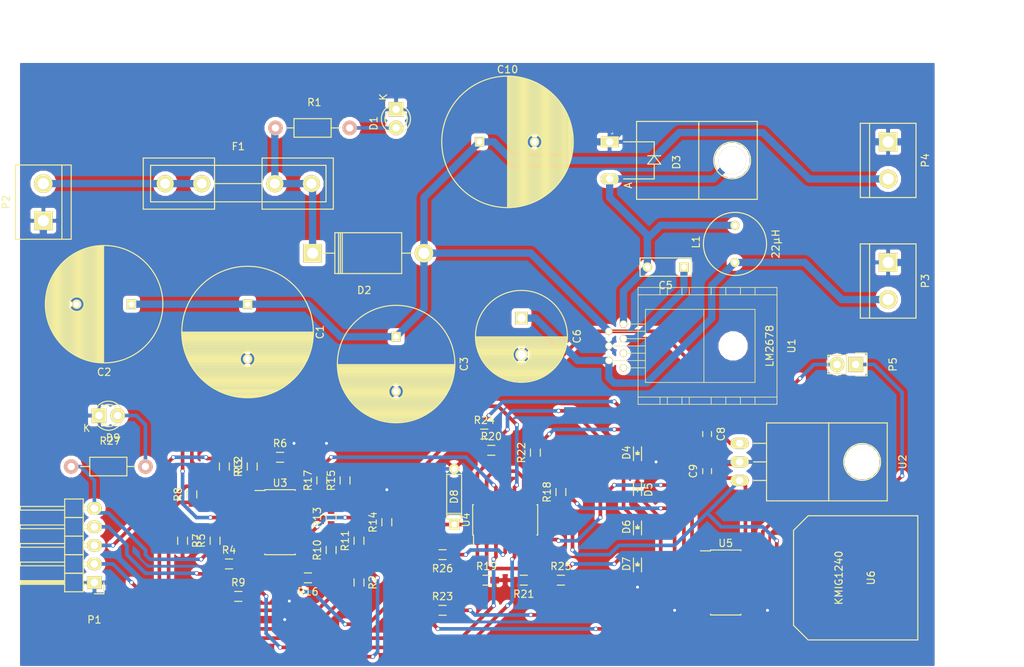
<source format=kicad_pcb>
(kicad_pcb (version 4) (host pcbnew 4.0.1-stable)
  (layers (0 F.Cu signal) (31 B.Cu signal) (34 B.Paste user) (35 F.Paste user) (36 B.SilkS user) (37 F.SilkS user) (38 B.Mask user) (39 F.Mask user) (44 Edge.Cuts user))
  (net 0 "")
  (net 1 GND)
  (net 2 "Net-(C5-Pad1)")
  (net 3 "Net-(C5-Pad2)")
  (net 4 "Net-(C6-Pad1)")
  (net 5 +5V)
  (net 6 "Net-(D1-Pad2)")
  (net 7 "Net-(D2-Pad1)")
  (net 8 "Net-(D4-Pad2)")
  (net 9 "Net-(D5-Pad2)")
  (net 10 "Net-(D6-Pad2)")
  (net 11 "Net-(D7-Pad2)")
  (net 12 /Vref)
  (net 13 "Net-(F1-Pad1)")
  (net 14 "Net-(P1-Pad2)")
  (net 15 "Net-(P1-Pad3)")
  (net 16 "Net-(P1-Pad4)")
  (net 17 "Net-(R2-Pad2)")
  (net 18 "Net-(R3-Pad2)")
  (net 19 "Net-(R4-Pad2)")
  (net 20 "Net-(R5-Pad2)")
  (net 21 "Net-(R8-Pad2)")
  (net 22 "Net-(R9-Pad2)")
  (net 23 "Net-(R10-Pad2)")
  (net 24 "Net-(R11-Pad2)")
  (net 25 "Net-(R12-Pad2)")
  (net 26 "Net-(R13-Pad2)")
  (net 27 "Net-(R16-Pad2)")
  (net 28 "Net-(R17-Pad2)")
  (net 29 "Net-(R18-Pad1)")
  (net 30 "Net-(R19-Pad1)")
  (net 31 "Net-(R20-Pad1)")
  (net 32 "Net-(R21-Pad1)")
  (net 33 "Net-(U1-Pad7)")
  (net 34 "Net-(U1-Pad5)")
  (net 35 "Net-(U5-Pad13)")
  (net 36 "Net-(U5-Pad12)")
  (net 37 "Net-(U5-Pad8)")
  (net 38 /PWR_redressé)
  (net 39 "Net-(P1-Pad5)")
  (net 40 "Net-(D9-Pad2)")
  (net 41 "Net-(P5-Pad2)")
  (net 42 "Net-(P5-Pad1)")
  (module Capacitors_ThroughHole:C_Radial_D18_L36_P7.5 (layer F.Cu) (at 48.26 60.96 270)
    (fp_text reference C1 (at 3.81 -9.906 270) (layer F.SilkS))
    (fp_text value 820µF)
    (pad 1 thru_hole rect (at 0 0 270) (size 1.3 1.3) (drill 0.8) (layers *.Cu *.Mask F.SilkS) (net 38 /PWR_redressé))
    (pad 2 thru_hole circle (at 7.5 0 270) (size 1.3 1.3) (drill 0.8) (layers *.Cu *.Mask F.SilkS) (net 1 GND))
  )
  (module Capacitors_ThroughHole:C_Radial_D16_L25_P7.5 (layer F.Cu) (at 32.385 60.96 180)
    (fp_text reference C2 (at 3.75 -9.3 180) (layer F.SilkS))
    (fp_text value 680µF)
    (pad 1 thru_hole rect (at 0 0 180) (size 1.3 1.3) (drill 0.8) (layers *.Cu *.Mask F.SilkS) (net 38 /PWR_redressé))
    (pad 2 thru_hole circle (at 7.5 0 180) (size 1.3 1.3) (drill 0.8) (layers *.Cu *.Mask F.SilkS) (net 1 GND))
  )
  (module Capacitors_ThroughHole:C_Radial_D16_L25_P7.5 (layer F.Cu) (at 68.58 65.405 270)
    (fp_text reference C3 (at 3.75 -9.3 270) (layer F.SilkS))
    (fp_text value 680µF)
    (pad 1 thru_hole rect (at 0 0 270) (size 1.3 1.3) (drill 0.8) (layers *.Cu *.Mask F.SilkS) (net 38 /PWR_redressé))
    (pad 2 thru_hole circle (at 7.5 0 270) (size 1.3 1.3) (drill 0.8) (layers *.Cu *.Mask F.SilkS) (net 1 GND))
  )
  (module Capacitors_ThroughHole:C_Rect_L7_W2.5_P5 (layer F.Cu) (at 107.95 55.88 180)
    (fp_text reference C5 (at 2.5 -2.5 180) (layer F.SilkS))
    (fp_text value 0.01µF)
    (pad 1 thru_hole rect (at 0 0 180) (size 1.3 1.3) (drill 0.8) (layers *.Cu *.Mask F.SilkS) (net 2 "Net-(C5-Pad1)"))
    (pad 2 thru_hole circle (at 5 0 180) (size 1.3 1.3) (drill 0.8) (layers *.Cu *.Mask F.SilkS) (net 3 "Net-(C5-Pad2)"))
  )
  (module Capacitors_ThroughHole:C_Radial_D12.5_L25_P5 (layer F.Cu) (at 85.725 62.865 270)
    (fp_text reference C6 (at 2.5 -7.6 270) (layer F.SilkS))
    (fp_text value 820µF)
    (pad 2 thru_hole circle (at 5 0 270) (size 1.7 1.7) (drill 1.2) (layers *.Cu *.Mask F.SilkS) (net 1 GND))
    (pad 1 thru_hole rect (at 0 0 270) (size 1.7 1.7) (drill 1.2) (layers *.Cu *.Mask F.SilkS) (net 4 "Net-(C6-Pad1)"))
  )
  (module Capacitors_SMD:C_0603_HandSoldering (layer F.Cu) (at 111.125 78.74 270)
    (fp_text reference C8 (at 0 -1.9 270) (layer F.SilkS))
    (fp_text value 0.33µ)
    (pad 1 smd rect (at -0.95 0 270) (size 1.2 0.75) (layers F.Cu F.Paste F.Mask) (net 38 /PWR_redressé))
    (pad 2 smd rect (at 0.95 0 270) (size 1.2 0.75) (layers F.Cu F.Paste F.Mask) (net 1 GND))
  )
  (module Capacitors_SMD:C_0603_HandSoldering (layer F.Cu) (at 111.125 83.82 90)
    (fp_text reference C9 (at 0 -1.9 90) (layer F.SilkS))
    (fp_text value 0.1µ)
    (pad 1 smd rect (at -0.95 0 90) (size 1.2 0.75) (layers F.Cu F.Paste F.Mask) (net 5 +5V))
    (pad 2 smd rect (at 0.95 0 90) (size 1.2 0.75) (layers F.Cu F.Paste F.Mask) (net 1 GND))
  )
  (module Capacitors_ThroughHole:C_Radial_D18_L36_P7.5 (layer F.Cu) (at 80.01 38.735)
    (fp_text reference C10 (at 3.81 -9.906) (layer F.SilkS))
    (fp_text value 1200µF)
    (pad 1 thru_hole rect (at 0 0) (size 1.3 1.3) (drill 0.8) (layers *.Cu *.Mask F.SilkS) (net 38 /PWR_redressé))
    (pad 2 thru_hole circle (at 7.5 0) (size 1.3 1.3) (drill 0.8) (layers *.Cu *.Mask F.SilkS) (net 1 GND))
  )
  (module LEDs:LED-3MM (layer F.Cu) (at 68.58 34.29 270)
    (fp_text reference D1 (at 1.91 3.06 270) (layer F.SilkS))
    (fp_text value LED)
    (fp_text user K (at -1.69 1.74 270) (layer F.SilkS))
    (pad 1 thru_hole rect (at 0 0) (size 2 2) (drill 1.00076) (layers *.Cu *.Mask F.SilkS) (net 1 GND))
    (pad 2 thru_hole circle (at 2.54 0 270) (size 2 2) (drill 1.00076) (layers *.Cu *.Mask F.SilkS) (net 6 "Net-(D1-Pad2)"))
  )
  (module Diodes_ThroughHole:Diode_DO-201AD_Horizontal_RM15 (layer F.Cu) (at 57.15 53.975)
    (fp_text reference D2 (at 7.06722 5.07704) (layer F.SilkS))
    (fp_text value 1N5404)
    (pad 2 thru_hole circle (at 15.24122 -0.00296 180) (size 2.54 2.54) (drill 1.50114) (layers *.Cu *.Mask F.SilkS) (net 38 /PWR_redressé))
    (pad 1 thru_hole rect (at 0.00122 -0.00296 180) (size 2.54 2.54) (drill 1.50114) (layers *.Cu *.Mask F.SilkS) (net 7 "Net-(D2-Pad1)"))
  )
  (module Diodes_ThroughHole:Diode_TO-220_Horizontal (layer F.Cu) (at 97.79 38.735 270)
    (fp_text reference D3 (at 2.79146 -9.144 270) (layer F.SilkS))
    (fp_text value DIODESCH)
    (fp_text user A (at 5.96646 -2.54 270) (layer F.SilkS))
    (pad 1 thru_hole rect (at -0.00254 0) (size 2.49936 1.50114) (drill 1.00076) (layers *.Cu *.Mask F.SilkS) (net 1 GND))
    (pad 2 thru_hole oval (at 5.07746 0) (size 2.49936 1.50114) (drill 1.00076) (layers *.Cu *.Mask F.SilkS) (net 3 "Net-(C5-Pad2)"))
    (pad 2 thru_hole circle (at 2.53746 -16.764) (size 3.79984 3.79984) (drill 3.79984) (layers *.Cu *.Mask F.SilkS) (net 3 "Net-(C5-Pad2)"))
  )
  (module LEDs:LED_0603 (layer F.Cu) (at 101.6 81.28 90)
    (fp_text reference D4 (at 0 -1.5 90) (layer F.SilkS))
    (fp_text value LED)
    (pad 2 smd rect (at 0.7493 0 270) (size 0.79756 0.79756) (layers F.Cu F.Paste F.Mask) (net 8 "Net-(D4-Pad2)"))
    (pad 1 smd rect (at -0.7493 0 270) (size 0.79756 0.79756) (layers F.Cu F.Paste F.Mask) (net 1 GND))
  )
  (module LEDs:LED_0603 (layer F.Cu) (at 101.6 86.36 270)
    (fp_text reference D5 (at 0 -1.5 270) (layer F.SilkS))
    (fp_text value LED)
    (pad 2 smd rect (at 0.7493 0 90) (size 0.79756 0.79756) (layers F.Cu F.Paste F.Mask) (net 9 "Net-(D5-Pad2)"))
    (pad 1 smd rect (at -0.7493 0 90) (size 0.79756 0.79756) (layers F.Cu F.Paste F.Mask) (net 1 GND))
  )
  (module LEDs:LED_0603 (layer F.Cu) (at 101.6 91.44 90)
    (fp_text reference D6 (at 0 -1.5 90) (layer F.SilkS))
    (fp_text value LED)
    (pad 2 smd rect (at 0.7493 0 270) (size 0.79756 0.79756) (layers F.Cu F.Paste F.Mask) (net 10 "Net-(D6-Pad2)"))
    (pad 1 smd rect (at -0.7493 0 270) (size 0.79756 0.79756) (layers F.Cu F.Paste F.Mask) (net 1 GND))
  )
  (module LEDs:LED_0603 (layer F.Cu) (at 101.6 96.52 90)
    (fp_text reference D7 (at 0 -1.5 90) (layer F.SilkS))
    (fp_text value LED)
    (pad 2 smd rect (at 0.7493 0 270) (size 0.79756 0.79756) (layers F.Cu F.Paste F.Mask) (net 11 "Net-(D7-Pad2)"))
    (pad 1 smd rect (at -0.7493 0 270) (size 0.79756 0.79756) (layers F.Cu F.Paste F.Mask) (net 1 GND))
  )
  (module Discret:D3 (layer F.Cu) (at 76.5175 87.3125 270)
    (fp_text reference D8 (at 0 0 270) (layer F.SilkS))
    (fp_text value 1N746A)
    (pad 1 thru_hole rect (at 3.81 0 270) (size 1.397 1.397) (drill 0.8128) (layers *.Cu *.Mask F.SilkS) (net 12 /Vref))
    (pad 2 thru_hole circle (at -3.81 0 270) (size 1.397 1.397) (drill 0.8128) (layers *.Cu *.Mask F.SilkS) (net 1 GND))
  )
  (module Fuse_Holders_and_Fuses:Fuseholder5x20_horiz_open_inline_Type-I (layer F.Cu) (at 46.99 44.45)
    (fp_text reference F1 (at 0 -5.08) (layer F.SilkS))
    (fp_text value "F8AL250/SCHURTER  0031.8201")
    (pad 2 thru_hole circle (at 5.00126 0) (size 2.3495 2.3495) (drill 1.34874) (layers *.Cu *.Mask F.SilkS) (net 7 "Net-(D2-Pad1)"))
    (pad 2 thru_hole circle (at 9.99998 0) (size 2.3495 2.3495) (drill 1.34874) (layers *.Cu *.Mask F.SilkS) (net 7 "Net-(D2-Pad1)"))
    (pad 1 thru_hole circle (at -5.00126 0) (size 2.3495 2.3495) (drill 1.34874) (layers *.Cu *.Mask F.SilkS) (net 13 "Net-(F1-Pad1)"))
    (pad 1 thru_hole circle (at -9.99998 0) (size 2.3495 2.3495) (drill 1.34874) (layers *.Cu *.Mask F.SilkS) (net 13 "Net-(F1-Pad1)"))
  )
  (module coil:Coil_Trough_Hole (layer F.Cu) (at 114.935 52.705 90)
    (fp_text reference L1 (at 0.254 -5.334 90) (layer F.SilkS))
    (fp_text value 22µH (at 0 5.588 90) (layer F.SilkS))
    (pad 1 thru_hole circle (at 2.54 0 90) (size 1.27 1.27) (drill 0.7) (layers *.Cu *.Mask F.SilkS) (net 3 "Net-(C5-Pad2)"))
    (pad 2 thru_hole circle (at -2.54 0 90) (size 1.27 1.27) (drill 0.7) (layers *.Cu *.Mask F.SilkS) (net 4 "Net-(C6-Pad1)"))
  )
  (module Pin_Headers:Pin_Header_Angled_1x05 (layer F.Cu) (at 27.305 99.06 180)
    (fp_text reference P1 (at 0 -5.1 180) (layer F.SilkS))
    (fp_text value CONN_01X05)
    (pad 1 thru_hole rect (at 0 0 180) (size 2.032 1.7272) (drill 1.016) (layers *.Cu *.Mask F.SilkS) (net 1 GND))
    (pad 2 thru_hole oval (at 0 2.54 180) (size 2.032 1.7272) (drill 1.016) (layers *.Cu *.Mask F.SilkS) (net 14 "Net-(P1-Pad2)"))
    (pad 3 thru_hole oval (at 0 5.08 180) (size 2.032 1.7272) (drill 1.016) (layers *.Cu *.Mask F.SilkS) (net 15 "Net-(P1-Pad3)"))
    (pad 4 thru_hole oval (at 0 7.62 180) (size 2.032 1.7272) (drill 1.016) (layers *.Cu *.Mask F.SilkS) (net 16 "Net-(P1-Pad4)"))
    (pad 5 thru_hole oval (at 0 10.16 180) (size 2.032 1.7272) (drill 1.016) (layers *.Cu *.Mask F.SilkS) (net 39 "Net-(P1-Pad5)"))
  )
  (module Connect:bornier2 (layer F.Cu) (at 20.32 46.99 90)
    (fp_text reference P2 (at 0 -5.08 90) (layer F.SilkS))
    (fp_text value CONN_01X02)
    (pad 1 thru_hole rect (at -2.54 0 90) (size 2.54 2.54) (drill 1.524) (layers *.Cu *.Mask F.SilkS) (net 1 GND))
    (pad 2 thru_hole circle (at 2.54 0 90) (size 2.54 2.54) (drill 1.524) (layers *.Cu *.Mask F.SilkS) (net 13 "Net-(F1-Pad1)"))
  )
  (module Connect:bornier2 (layer F.Cu) (at 135.89 57.785 270)
    (fp_text reference P3 (at 0 -5.08 270) (layer F.SilkS))
    (fp_text value CONN_01X02)
    (pad 1 thru_hole rect (at -2.54 0 270) (size 2.54 2.54) (drill 1.524) (layers *.Cu *.Mask F.SilkS) (net 1 GND))
    (pad 2 thru_hole circle (at 2.54 0 270) (size 2.54 2.54) (drill 1.524) (layers *.Cu *.Mask F.SilkS) (net 4 "Net-(C6-Pad1)"))
  )
  (module Connect:bornier2 (layer F.Cu) (at 135.89 41.275 270)
    (fp_text reference P4 (at 0 -5.08 270) (layer F.SilkS))
    (fp_text value CONN_01X02)
    (pad 1 thru_hole rect (at -2.54 0 270) (size 2.54 2.54) (drill 1.524) (layers *.Cu *.Mask F.SilkS) (net 1 GND))
    (pad 2 thru_hole circle (at 2.54 0 270) (size 2.54 2.54) (drill 1.524) (layers *.Cu *.Mask F.SilkS) (net 38 /PWR_redressé))
  )
  (module Resistors_ThroughHole:Resistor_Horizontal_RM10mm (layer F.Cu) (at 57.15 36.83)
    (fp_text reference R1 (at 0.24892 -3.50012) (layer F.SilkS))
    (fp_text value 680)
    (pad 1 thru_hole circle (at -5.08 0) (size 1.99898 1.99898) (drill 1.00076) (layers *.Cu *.SilkS *.Mask) (net 7 "Net-(D2-Pad1)"))
    (pad 2 thru_hole circle (at 5.08 0) (size 1.99898 1.99898) (drill 1.00076) (layers *.Cu *.SilkS *.Mask) (net 6 "Net-(D1-Pad2)"))
  )
  (module Resistors_SMD:R_0603_HandSoldering (layer F.Cu) (at 63.5 99.06 270)
    (fp_text reference R2 (at 0 -1.9 270) (layer F.SilkS))
    (fp_text value R)
    (pad 1 smd rect (at -1.1 0 270) (size 1.2 0.9) (layers F.Cu F.Paste F.Mask) (net 14 "Net-(P1-Pad2)"))
    (pad 2 smd rect (at 1.1 0 270) (size 1.2 0.9) (layers F.Cu F.Paste F.Mask) (net 17 "Net-(R2-Pad2)"))
  )
  (module Resistors_SMD:R_0603_HandSoldering (layer F.Cu) (at 48.895 83.185 90)
    (fp_text reference R3 (at 0 -1.9 90) (layer F.SilkS))
    (fp_text value R)
    (pad 1 smd rect (at -1.1 0 90) (size 1.2 0.9) (layers F.Cu F.Paste F.Mask) (net 15 "Net-(P1-Pad3)"))
    (pad 2 smd rect (at 1.1 0 90) (size 1.2 0.9) (layers F.Cu F.Paste F.Mask) (net 18 "Net-(R3-Pad2)"))
  )
  (module Resistors_SMD:R_0603_HandSoldering (layer F.Cu) (at 45.72 96.52)
    (fp_text reference R4 (at 0 -1.9) (layer F.SilkS))
    (fp_text value R)
    (pad 1 smd rect (at -1.1 0) (size 1.2 0.9) (layers F.Cu F.Paste F.Mask) (net 16 "Net-(P1-Pad4)"))
    (pad 2 smd rect (at 1.1 0) (size 1.2 0.9) (layers F.Cu F.Paste F.Mask) (net 19 "Net-(R4-Pad2)"))
  )
  (module Resistors_SMD:R_0603_HandSoldering (layer F.Cu) (at 43.815 93.345 90)
    (fp_text reference R5 (at 0 -1.9 90) (layer F.SilkS))
    (fp_text value R)
    (pad 1 smd rect (at -1.1 0 90) (size 1.2 0.9) (layers F.Cu F.Paste F.Mask) (net 39 "Net-(P1-Pad5)"))
    (pad 2 smd rect (at 1.1 0 90) (size 1.2 0.9) (layers F.Cu F.Paste F.Mask) (net 20 "Net-(R5-Pad2)"))
  )
  (module Resistors_SMD:R_0603_HandSoldering (layer F.Cu) (at 52.705 81.915)
    (fp_text reference R6 (at 0 -1.9) (layer F.SilkS))
    (fp_text value R)
    (pad 1 smd rect (at -1.1 0) (size 1.2 0.9) (layers F.Cu F.Paste F.Mask) (net 18 "Net-(R3-Pad2)"))
    (pad 2 smd rect (at 1.1 0) (size 1.2 0.9) (layers F.Cu F.Paste F.Mask) (net 1 GND))
  )
  (module Resistors_SMD:R_0603_HandSoldering (layer F.Cu) (at 39.37 93.345 270)
    (fp_text reference R7 (at 0 -1.9 270) (layer F.SilkS))
    (fp_text value R)
    (pad 1 smd rect (at -1.1 0 270) (size 1.2 0.9) (layers F.Cu F.Paste F.Mask) (net 20 "Net-(R5-Pad2)"))
    (pad 2 smd rect (at 1.1 0 270) (size 1.2 0.9) (layers F.Cu F.Paste F.Mask) (net 1 GND))
  )
  (module Resistors_SMD:R_0603_HandSoldering (layer F.Cu) (at 40.64 86.995 90)
    (fp_text reference R8 (at 0 -1.9 90) (layer F.SilkS))
    (fp_text value R)
    (pad 1 smd rect (at -1.1 0 90) (size 1.2 0.9) (layers F.Cu F.Paste F.Mask) (net 17 "Net-(R2-Pad2)"))
    (pad 2 smd rect (at 1.1 0 90) (size 1.2 0.9) (layers F.Cu F.Paste F.Mask) (net 21 "Net-(R8-Pad2)"))
  )
  (module Resistors_SMD:R_0603_HandSoldering (layer F.Cu) (at 46.99 100.965)
    (fp_text reference R9 (at 0 -1.9) (layer F.SilkS))
    (fp_text value R)
    (pad 1 smd rect (at -1.1 0) (size 1.2 0.9) (layers F.Cu F.Paste F.Mask) (net 19 "Net-(R4-Pad2)"))
    (pad 2 smd rect (at 1.1 0) (size 1.2 0.9) (layers F.Cu F.Paste F.Mask) (net 22 "Net-(R9-Pad2)"))
  )
  (module Resistors_SMD:R_0603_HandSoldering (layer F.Cu) (at 59.69 94.615 90)
    (fp_text reference R10 (at 0 -1.9 90) (layer F.SilkS))
    (fp_text value R)
    (pad 1 smd rect (at -1.1 0 90) (size 1.2 0.9) (layers F.Cu F.Paste F.Mask) (net 1 GND))
    (pad 2 smd rect (at 1.1 0 90) (size 1.2 0.9) (layers F.Cu F.Paste F.Mask) (net 23 "Net-(R10-Pad2)"))
  )
  (module Resistors_SMD:R_0603_HandSoldering (layer F.Cu) (at 63.5 93.345 90)
    (fp_text reference R11 (at 0 -1.9 90) (layer F.SilkS))
    (fp_text value R)
    (pad 1 smd rect (at -1.1 0 90) (size 1.2 0.9) (layers F.Cu F.Paste F.Mask) (net 14 "Net-(P1-Pad2)"))
    (pad 2 smd rect (at 1.1 0 90) (size 1.2 0.9) (layers F.Cu F.Paste F.Mask) (net 24 "Net-(R11-Pad2)"))
  )
  (module Resistors_SMD:R_0603_HandSoldering (layer F.Cu) (at 45.085 83.185 270)
    (fp_text reference R12 (at 0 -1.9 270) (layer F.SilkS))
    (fp_text value R)
    (pad 1 smd rect (at -1.1 0 270) (size 1.2 0.9) (layers F.Cu F.Paste F.Mask) (net 15 "Net-(P1-Pad3)"))
    (pad 2 smd rect (at 1.1 0 270) (size 1.2 0.9) (layers F.Cu F.Paste F.Mask) (net 25 "Net-(R12-Pad2)"))
  )
  (module Resistors_SMD:R_0603_HandSoldering (layer F.Cu) (at 59.69 90.17 90)
    (fp_text reference R13 (at 0 -1.9 90) (layer F.SilkS))
    (fp_text value R)
    (pad 1 smd rect (at -1.1 0 90) (size 1.2 0.9) (layers F.Cu F.Paste F.Mask) (net 16 "Net-(P1-Pad4)"))
    (pad 2 smd rect (at 1.1 0 90) (size 1.2 0.9) (layers F.Cu F.Paste F.Mask) (net 26 "Net-(R13-Pad2)"))
  )
  (module Resistors_SMD:R_0603_HandSoldering (layer F.Cu) (at 67.31 90.805 90)
    (fp_text reference R14 (at 0 -1.9 90) (layer F.SilkS))
    (fp_text value R)
    (pad 1 smd rect (at -1.1 0 90) (size 1.2 0.9) (layers F.Cu F.Paste F.Mask) (net 24 "Net-(R11-Pad2)"))
    (pad 2 smd rect (at 1.1 0 90) (size 1.2 0.9) (layers F.Cu F.Paste F.Mask) (net 1 GND))
  )
  (module Resistors_SMD:R_0603_HandSoldering (layer F.Cu) (at 61.595 85.09 90)
    (fp_text reference R15 (at 0 -1.9 90) (layer F.SilkS))
    (fp_text value R)
    (pad 1 smd rect (at -1.1 0 90) (size 1.2 0.9) (layers F.Cu F.Paste F.Mask) (net 26 "Net-(R13-Pad2)"))
    (pad 2 smd rect (at 1.1 0 90) (size 1.2 0.9) (layers F.Cu F.Paste F.Mask) (net 1 GND))
  )
  (module Resistors_SMD:R_0603_HandSoldering (layer F.Cu) (at 56.515 98.425 180)
    (fp_text reference R16 (at 0 -1.9 180) (layer F.SilkS))
    (fp_text value R)
    (pad 1 smd rect (at -1.1 0 180) (size 1.2 0.9) (layers F.Cu F.Paste F.Mask) (net 23 "Net-(R10-Pad2)"))
    (pad 2 smd rect (at 1.1 0 180) (size 1.2 0.9) (layers F.Cu F.Paste F.Mask) (net 27 "Net-(R16-Pad2)"))
  )
  (module Resistors_SMD:R_0603_HandSoldering (layer F.Cu) (at 58.42 85.09 90)
    (fp_text reference R17 (at 0 -1.9 90) (layer F.SilkS))
    (fp_text value R)
    (pad 1 smd rect (at -1.1 0 90) (size 1.2 0.9) (layers F.Cu F.Paste F.Mask) (net 25 "Net-(R12-Pad2)"))
    (pad 2 smd rect (at 1.1 0 90) (size 1.2 0.9) (layers F.Cu F.Paste F.Mask) (net 28 "Net-(R17-Pad2)"))
  )
  (module Resistors_SMD:R_0603_HandSoldering (layer F.Cu) (at 91.1225 86.6775 90)
    (fp_text reference R18 (at 0 -1.9 90) (layer F.SilkS))
    (fp_text value 15k)
    (pad 1 smd rect (at -1.1 0 90) (size 1.2 0.9) (layers F.Cu F.Paste F.Mask) (net 29 "Net-(R18-Pad1)"))
    (pad 2 smd rect (at 1.1 0 90) (size 1.2 0.9) (layers F.Cu F.Paste F.Mask) (net 1 GND))
  )
  (module Resistors_SMD:R_0603_HandSoldering (layer F.Cu) (at 80.9625 98.7425)
    (fp_text reference R19 (at 0 -1.9) (layer F.SilkS))
    (fp_text value 15k)
    (pad 1 smd rect (at -1.1 0) (size 1.2 0.9) (layers F.Cu F.Paste F.Mask) (net 30 "Net-(R19-Pad1)"))
    (pad 2 smd rect (at 1.1 0) (size 1.2 0.9) (layers F.Cu F.Paste F.Mask) (net 1 GND))
  )
  (module Resistors_SMD:R_0603_HandSoldering (layer F.Cu) (at 81.5975 80.9625)
    (fp_text reference R20 (at 0 -1.9) (layer F.SilkS))
    (fp_text value 15k)
    (pad 1 smd rect (at -1.1 0) (size 1.2 0.9) (layers F.Cu F.Paste F.Mask) (net 31 "Net-(R20-Pad1)"))
    (pad 2 smd rect (at 1.1 0) (size 1.2 0.9) (layers F.Cu F.Paste F.Mask) (net 1 GND))
  )
  (module Resistors_SMD:R_0603_HandSoldering (layer F.Cu) (at 86.0425 98.7425 180)
    (fp_text reference R21 (at 0 -1.9 180) (layer F.SilkS))
    (fp_text value 15k)
    (pad 1 smd rect (at -1.1 0 180) (size 1.2 0.9) (layers F.Cu F.Paste F.Mask) (net 32 "Net-(R21-Pad1)"))
    (pad 2 smd rect (at 1.1 0 180) (size 1.2 0.9) (layers F.Cu F.Paste F.Mask) (net 1 GND))
  )
  (module Resistors_SMD:R_0603_HandSoldering (layer F.Cu) (at 87.63 81.28 90)
    (fp_text reference R22 (at 0 -1.9 90) (layer F.SilkS))
    (fp_text value 150)
    (pad 1 smd rect (at -1.1 0 90) (size 1.2 0.9) (layers F.Cu F.Paste F.Mask) (net 29 "Net-(R18-Pad1)"))
    (pad 2 smd rect (at 1.1 0 90) (size 1.2 0.9) (layers F.Cu F.Paste F.Mask) (net 8 "Net-(D4-Pad2)"))
  )
  (module Resistors_SMD:R_0603_HandSoldering (layer F.Cu) (at 74.93 102.87)
    (fp_text reference R23 (at 0 -1.9) (layer F.SilkS))
    (fp_text value 150)
    (pad 1 smd rect (at -1.1 0) (size 1.2 0.9) (layers F.Cu F.Paste F.Mask) (net 30 "Net-(R19-Pad1)"))
    (pad 2 smd rect (at 1.1 0) (size 1.2 0.9) (layers F.Cu F.Paste F.Mask) (net 9 "Net-(D5-Pad2)"))
  )
  (module Resistors_SMD:R_0603_HandSoldering (layer F.Cu) (at 80.645 78.74)
    (fp_text reference R24 (at 0 -1.9) (layer F.SilkS))
    (fp_text value 150)
    (pad 1 smd rect (at -1.1 0) (size 1.2 0.9) (layers F.Cu F.Paste F.Mask) (net 31 "Net-(R20-Pad1)"))
    (pad 2 smd rect (at 1.1 0) (size 1.2 0.9) (layers F.Cu F.Paste F.Mask) (net 10 "Net-(D6-Pad2)"))
  )
  (module Resistors_SMD:R_0603_HandSoldering (layer F.Cu) (at 91.1225 98.7425)
    (fp_text reference R25 (at 0 -1.9) (layer F.SilkS))
    (fp_text value 150)
    (pad 1 smd rect (at -1.1 0) (size 1.2 0.9) (layers F.Cu F.Paste F.Mask) (net 32 "Net-(R21-Pad1)"))
    (pad 2 smd rect (at 1.1 0) (size 1.2 0.9) (layers F.Cu F.Paste F.Mask) (net 11 "Net-(D7-Pad2)"))
  )
  (module Resistors_SMD:R_0603_HandSoldering (layer F.Cu) (at 74.93 95.25 180)
    (fp_text reference R26 (at 0 -1.9 180) (layer F.SilkS))
    (fp_text value 82)
    (pad 1 smd rect (at -1.1 0 180) (size 1.2 0.9) (layers F.Cu F.Paste F.Mask) (net 5 +5V))
    (pad 2 smd rect (at 1.1 0 180) (size 1.2 0.9) (layers F.Cu F.Paste F.Mask) (net 12 /Vref))
  )
  (module w_to:to220-7-horiz_5772 (layer F.Cu) (at 106.68 66.675 270)
    (fp_text reference U1 (at 0 -16 270) (layer F.SilkS))
    (fp_text value LM2678 (at 0 -13 270) (layer F.SilkS))
    (pad 7 thru_hole circle (at 3 7 270) (size 1 1) (drill 0.762) (layers *.Cu *.Mask F.SilkS) (net 33 "Net-(U1-Pad7)"))
    (pad 6 thru_hole circle (at 2 9 270) (size 1 1) (drill 0.762) (layers *.Cu *.Mask F.SilkS) (net 4 "Net-(C6-Pad1)"))
    (pad "" np_thru_hole circle (at 0 -8 270) (size 3 3) (drill 3) (layers *.Cu *.Mask F.SilkS))
    (pad 5 thru_hole circle (at 1 7 270) (size 1 1) (drill 0.762) (layers *.Cu *.Mask F.SilkS) (net 34 "Net-(U1-Pad5)"))
    (pad 4 thru_hole circle (at 0 9 270) (size 1 1) (drill 0.762) (layers *.Cu *.Mask F.SilkS) (net 1 GND))
    (pad 3 thru_hole circle (at -1 7 270) (size 1 1) (drill 0.762) (layers *.Cu *.Mask F.SilkS) (net 2 "Net-(C5-Pad1)"))
    (pad 2 thru_hole circle (at -2 9 270) (size 1 1) (drill 0.762) (layers *.Cu *.Mask F.SilkS) (net 38 /PWR_redressé))
    (pad 1 thru_hole circle (at -3 7 270) (size 1 1) (drill 0.762) (layers *.Cu *.Mask F.SilkS) (net 3 "Net-(C5-Pad2)"))
  )
  (module TO_SOT_Packages_THT:TO-220_Neutral123_Horizontal (layer F.Cu) (at 115.57 82.55 270)
    (fp_text reference U2 (at 0 -22.3012 270) (layer F.SilkS))
    (fp_text value 7805)
    (pad 2 thru_hole oval (at 0 0) (size 2.49936 1.50114) (drill 1.00076) (layers *.Cu *.Mask F.SilkS) (net 1 GND))
    (pad 1 thru_hole oval (at -2.54 0) (size 2.49936 1.50114) (drill 1.00076) (layers *.Cu *.Mask F.SilkS) (net 38 /PWR_redressé))
    (pad 3 thru_hole oval (at 2.54 0) (size 2.49936 1.50114) (drill 1.00076) (layers *.Cu *.Mask F.SilkS) (net 5 +5V))
    (pad "" np_thru_hole circle (at 0 -16.764) (size 3.79984 3.79984) (drill 3.79984) (layers *.Cu *.Mask F.SilkS))
  )
  (module Housings_SOIC:SOIC-14_3.9x8.7mm_Pitch1.27mm (layer F.Cu) (at 52.705 90.805)
    (fp_text reference U3 (at 0 -5.375) (layer F.SilkS))
    (fp_text value TLC274)
    (pad 1 smd rect (at -2.7 -3.81) (size 1.5 0.6) (layers F.Cu F.Paste F.Mask) (net 21 "Net-(R8-Pad2)"))
    (pad 2 smd rect (at -2.7 -2.54) (size 1.5 0.6) (layers F.Cu F.Paste F.Mask) (net 17 "Net-(R2-Pad2)"))
    (pad 3 smd rect (at -2.7 -1.27) (size 1.5 0.6) (layers F.Cu F.Paste F.Mask) (net 18 "Net-(R3-Pad2)"))
    (pad 4 smd rect (at -2.7 0) (size 1.5 0.6) (layers F.Cu F.Paste F.Mask) (net 38 /PWR_redressé))
    (pad 5 smd rect (at -2.7 1.27) (size 1.5 0.6) (layers F.Cu F.Paste F.Mask) (net 20 "Net-(R5-Pad2)"))
    (pad 6 smd rect (at -2.7 2.54) (size 1.5 0.6) (layers F.Cu F.Paste F.Mask) (net 19 "Net-(R4-Pad2)"))
    (pad 7 smd rect (at -2.7 3.81) (size 1.5 0.6) (layers F.Cu F.Paste F.Mask) (net 22 "Net-(R9-Pad2)"))
    (pad 8 smd rect (at 2.7 3.81) (size 1.5 0.6) (layers F.Cu F.Paste F.Mask) (net 27 "Net-(R16-Pad2)"))
    (pad 9 smd rect (at 2.7 2.54) (size 1.5 0.6) (layers F.Cu F.Paste F.Mask) (net 23 "Net-(R10-Pad2)"))
    (pad 10 smd rect (at 2.7 1.27) (size 1.5 0.6) (layers F.Cu F.Paste F.Mask) (net 24 "Net-(R11-Pad2)"))
    (pad 11 smd rect (at 2.7 0) (size 1.5 0.6) (layers F.Cu F.Paste F.Mask) (net 1 GND))
    (pad 12 smd rect (at 2.7 -1.27) (size 1.5 0.6) (layers F.Cu F.Paste F.Mask) (net 26 "Net-(R13-Pad2)"))
    (pad 13 smd rect (at 2.7 -2.54) (size 1.5 0.6) (layers F.Cu F.Paste F.Mask) (net 25 "Net-(R12-Pad2)"))
    (pad 14 smd rect (at 2.7 -3.81) (size 1.5 0.6) (layers F.Cu F.Paste F.Mask) (net 28 "Net-(R17-Pad2)"))
  )
  (module Housings_SOIC:SOIC-14_3.9x8.7mm_Pitch1.27mm (layer F.Cu) (at 83.5025 90.4875 90)
    (fp_text reference U4 (at 0 -5.375 90) (layer F.SilkS))
    (fp_text value TLC274)
    (pad 1 smd rect (at -2.7 -3.81 90) (size 1.5 0.6) (layers F.Cu F.Paste F.Mask) (net 30 "Net-(R19-Pad1)"))
    (pad 2 smd rect (at -2.7 -2.54 90) (size 1.5 0.6) (layers F.Cu F.Paste F.Mask) (net 12 /Vref))
    (pad 3 smd rect (at -2.7 -1.27 90) (size 1.5 0.6) (layers F.Cu F.Paste F.Mask) (net 21 "Net-(R8-Pad2)"))
    (pad 4 smd rect (at -2.7 0 90) (size 1.5 0.6) (layers F.Cu F.Paste F.Mask) (net 5 +5V))
    (pad 5 smd rect (at -2.7 1.27 90) (size 1.5 0.6) (layers F.Cu F.Paste F.Mask) (net 22 "Net-(R9-Pad2)"))
    (pad 6 smd rect (at -2.7 2.54 90) (size 1.5 0.6) (layers F.Cu F.Paste F.Mask) (net 12 /Vref))
    (pad 7 smd rect (at -2.7 3.81 90) (size 1.5 0.6) (layers F.Cu F.Paste F.Mask) (net 32 "Net-(R21-Pad1)"))
    (pad 8 smd rect (at 2.7 3.81 90) (size 1.5 0.6) (layers F.Cu F.Paste F.Mask) (net 29 "Net-(R18-Pad1)"))
    (pad 9 smd rect (at 2.7 2.54 90) (size 1.5 0.6) (layers F.Cu F.Paste F.Mask) (net 12 /Vref))
    (pad 10 smd rect (at 2.7 1.27 90) (size 1.5 0.6) (layers F.Cu F.Paste F.Mask) (net 27 "Net-(R16-Pad2)"))
    (pad 11 smd rect (at 2.7 0 90) (size 1.5 0.6) (layers F.Cu F.Paste F.Mask) (net 1 GND))
    (pad 12 smd rect (at 2.7 -1.27 90) (size 1.5 0.6) (layers F.Cu F.Paste F.Mask) (net 28 "Net-(R17-Pad2)"))
    (pad 13 smd rect (at 2.7 -2.54 90) (size 1.5 0.6) (layers F.Cu F.Paste F.Mask) (net 12 /Vref))
    (pad 14 smd rect (at 2.7 -3.81 90) (size 1.5 0.6) (layers F.Cu F.Paste F.Mask) (net 31 "Net-(R20-Pad1)"))
  )
  (module Housings_SOIC:SOIC-14_3.9x8.7mm_Pitch1.27mm (layer F.Cu) (at 113.665 99.06)
    (fp_text reference U5 (at 0 -5.375) (layer F.SilkS))
    (fp_text value 74LS08)
    (pad 1 smd rect (at -2.7 -3.81) (size 1.5 0.6) (layers F.Cu F.Paste F.Mask) (net 31 "Net-(R20-Pad1)"))
    (pad 2 smd rect (at -2.7 -2.54) (size 1.5 0.6) (layers F.Cu F.Paste F.Mask) (net 32 "Net-(R21-Pad1)"))
    (pad 3 smd rect (at -2.7 -1.27) (size 1.5 0.6) (layers F.Cu F.Paste F.Mask) (net 35 "Net-(U5-Pad13)"))
    (pad 4 smd rect (at -2.7 0) (size 1.5 0.6) (layers F.Cu F.Paste F.Mask) (net 29 "Net-(R18-Pad1)"))
    (pad 5 smd rect (at -2.7 1.27) (size 1.5 0.6) (layers F.Cu F.Paste F.Mask) (net 30 "Net-(R19-Pad1)"))
    (pad 6 smd rect (at -2.7 2.54) (size 1.5 0.6) (layers F.Cu F.Paste F.Mask) (net 36 "Net-(U5-Pad12)"))
    (pad 7 smd rect (at -2.7 3.81) (size 1.5 0.6) (layers F.Cu F.Paste F.Mask) (net 1 GND))
    (pad 8 smd rect (at 2.7 3.81) (size 1.5 0.6) (layers F.Cu F.Paste F.Mask) (net 37 "Net-(U5-Pad8)"))
    (pad 9 smd rect (at 2.7 2.54) (size 1.5 0.6) (layers F.Cu F.Paste F.Mask) (net 1 GND))
    (pad 10 smd rect (at 2.7 1.27) (size 1.5 0.6) (layers F.Cu F.Paste F.Mask) (net 1 GND))
    (pad 11 smd rect (at 2.7 0) (size 1.5 0.6) (layers F.Cu F.Paste F.Mask) (net 41 "Net-(P5-Pad2)"))
    (pad 12 smd rect (at 2.7 -1.27) (size 1.5 0.6) (layers F.Cu F.Paste F.Mask) (net 36 "Net-(U5-Pad12)"))
    (pad 13 smd rect (at 2.7 -2.54) (size 1.5 0.6) (layers F.Cu F.Paste F.Mask) (net 35 "Net-(U5-Pad13)"))
    (pad 14 smd rect (at 2.7 -3.81) (size 1.5 0.6) (layers F.Cu F.Paste F.Mask) (net 5 +5V))
  )
  (module buzz:kmig1240 (layer F.Cu) (at 131.445 98.425 90)
    (fp_text reference U6 (at 0 2.1 90) (layer F.SilkS))
    (fp_text value KMIG1240 (at 0 -2.3 90) (layer F.SilkS))
    (pad 1 smd rect (at 0 -7.5 90) (size 2 5) (layers F.Cu F.Paste F.Mask) (net 5 +5V))
    (pad 2 smd rect (at 0 7.5 90) (size 2 5) (layers F.Cu F.Paste F.Mask) (net 42 "Net-(P5-Pad1)"))
  )
  (module LEDs:LED-3MM (layer F.Cu) (at 27.94 76.2)
    (fp_text reference D9 (at 1.91 3.06) (layer F.SilkS))
    (fp_text value LED)
    (fp_text user K (at -1.69 1.74) (layer F.SilkS))
    (pad 1 thru_hole rect (at 0 0 90) (size 2 2) (drill 1.00076) (layers *.Cu *.Mask F.SilkS) (net 1 GND))
    (pad 2 thru_hole circle (at 2.54 0) (size 2 2) (drill 1.00076) (layers *.Cu *.Mask F.SilkS) (net 40 "Net-(D9-Pad2)"))
  )
  (module Resistors_ThroughHole:Resistor_Horizontal_RM10mm (layer F.Cu) (at 29.21 83.185)
    (fp_text reference R27 (at 0.24892 -3.50012) (layer F.SilkS))
    (fp_text value 820)
    (pad 1 thru_hole circle (at -5.08 0) (size 1.99898 1.99898) (drill 1.00076) (layers *.Cu *.SilkS *.Mask) (net 39 "Net-(P1-Pad5)"))
    (pad 2 thru_hole circle (at 5.08 0) (size 1.99898 1.99898) (drill 1.00076) (layers *.Cu *.SilkS *.Mask) (net 40 "Net-(D9-Pad2)"))
  )
  (module Pin_Headers:Pin_Header_Straight_1x02 (layer F.Cu) (at 131.445 69.215 270)
    (fp_text reference P5 (at 0 -5.1 270) (layer F.SilkS))
    (fp_text value CONN_01X02)
    (pad 1 thru_hole rect (at 0 0 270) (size 2.032 2.032) (drill 1.016) (layers *.Cu *.Mask F.SilkS) (net 42 "Net-(P5-Pad1)"))
    (pad 2 thru_hole oval (at 0 2.54 270) (size 2.032 2.032) (drill 1.016) (layers *.Cu *.Mask F.SilkS) (net 41 "Net-(P5-Pad2)"))
  )
  (segment (start 135.89 55.245) (end 138.43 55.245) (width 1) (layer B.Cu) (net 1))
  (segment (start 138.43 38.735) (end 135.89 38.735) (width 1) (layer B.Cu) (net 1))
  (segment (start 139.7 40.005) (end 138.43 38.735) (width 1) (layer B.Cu) (net 1))
  (segment (start 139.7 53.975) (end 139.7 40.005) (width 1) (layer B.Cu) (net 1))
  (segment (start 138.43 55.245) (end 139.7 53.975) (width 1) (layer B.Cu) (net 1))
  (segment (start 135.89 38.735) (end 125.095 38.735) (width 1) (layer B.Cu) (net 1))
  (segment (start 125.095 38.735) (end 121.285 34.925) (width 1) (layer B.Cu) (net 1))
  (segment (start 121.285 34.925) (end 101.59746 34.925) (width 1) (layer B.Cu) (net 1))
  (segment (start 101.59746 34.925) (end 97.79 38.73246) (width 1) (layer B.Cu) (net 1))
  (segment (start 101.6 82.0293) (end 103.6193 82.0293) (width 0.5) (layer F.Cu) (net 1))
  (segment (start 104.14 82.55) (end 109.22 82.55) (width 0.5) (layer B.Cu) (net 1))
  (via (at 104.14 82.55) (size 0.6) (drill 0.4) (layers F.Cu B.Cu) (net 1))
  (segment (start 103.6193 82.0293) (end 104.14 82.55) (width 0.5) (layer F.Cu) (net 1))
  (segment (start 27.305 99.06) (end 24.13 99.06) (width 0.5) (layer B.Cu) (net 1))
  (segment (start 27.94 78.105) (end 27.94 76.2) (width 0.5) (layer B.Cu) (net 1))
  (segment (start 26.67 79.375) (end 27.94 78.105) (width 0.5) (layer B.Cu) (net 1))
  (segment (start 24.765 79.375) (end 26.67 79.375) (width 0.5) (layer B.Cu) (net 1))
  (segment (start 22.225 81.915) (end 24.765 79.375) (width 0.5) (layer B.Cu) (net 1))
  (segment (start 22.225 97.155) (end 22.225 81.915) (width 0.5) (layer B.Cu) (net 1))
  (segment (start 24.13 99.06) (end 22.225 97.155) (width 0.5) (layer B.Cu) (net 1))
  (segment (start 27.94 76.2) (end 27.94 70.245) (width 0.5) (layer B.Cu) (net 1))
  (segment (start 27.94 70.245) (end 29.725 68.46) (width 0.5) (layer B.Cu) (net 1))
  (segment (start 115.57 82.55) (end 109.22 82.55) (width 0.5) (layer B.Cu) (net 1))
  (segment (start 90.885 73.025) (end 85.725 67.865) (width 0.5) (layer B.Cu) (net 1))
  (segment (start 109.22 82.55) (end 99.695 73.025) (width 0.5) (layer B.Cu) (net 1))
  (segment (start 99.695 73.025) (end 90.885 73.025) (width 0.5) (layer B.Cu) (net 1))
  (segment (start 115.57 82.55) (end 120.65 82.55) (width 0.5) (layer B.Cu) (net 1))
  (segment (start 118.11 101.6) (end 116.365 101.6) (width 0.5) (layer F.Cu) (net 1))
  (segment (start 119.38 102.87) (end 118.11 101.6) (width 0.5) (layer F.Cu) (net 1))
  (via (at 119.38 102.87) (size 0.6) (drill 0.4) (layers F.Cu B.Cu) (net 1))
  (segment (start 126.365 102.87) (end 119.38 102.87) (width 0.5) (layer B.Cu) (net 1))
  (segment (start 127.635 101.6) (end 126.365 102.87) (width 0.5) (layer B.Cu) (net 1))
  (segment (start 127.635 89.535) (end 127.635 101.6) (width 0.5) (layer B.Cu) (net 1))
  (segment (start 120.65 82.55) (end 127.635 89.535) (width 0.5) (layer B.Cu) (net 1))
  (segment (start 110.965 102.87) (end 106.68 102.87) (width 0.5) (layer F.Cu) (net 1))
  (segment (start 101.6 99.695) (end 101.6 97.2693) (width 0.5) (layer F.Cu) (net 1))
  (via (at 101.6 99.695) (size 0.6) (drill 0.4) (layers F.Cu B.Cu) (net 1))
  (segment (start 104.775 102.87) (end 101.6 99.695) (width 0.5) (layer B.Cu) (net 1))
  (segment (start 106.68 102.87) (end 104.775 102.87) (width 0.5) (layer B.Cu) (net 1))
  (via (at 106.68 102.87) (size 0.6) (drill 0.4) (layers F.Cu B.Cu) (net 1))
  (segment (start 111.125 82.87) (end 115.25 82.87) (width 0.5) (layer F.Cu) (net 1))
  (segment (start 115.25 82.87) (end 115.57 82.55) (width 0.5) (layer F.Cu) (net 1))
  (segment (start 111.125 79.69) (end 111.125 82.87) (width 0.5) (layer F.Cu) (net 1))
  (segment (start 77.47 36.195) (end 60.96 52.705) (width 1) (layer B.Cu) (net 1))
  (segment (start 60.96 56.515) (end 59.055 58.42) (width 1) (layer B.Cu) (net 1))
  (segment (start 60.96 52.705) (end 60.96 56.515) (width 1) (layer B.Cu) (net 1))
  (segment (start 24.885 60.96) (end 27.305 60.96) (width 1) (layer B.Cu) (net 1))
  (segment (start 27.305 60.96) (end 29.845 58.42) (width 1) (layer B.Cu) (net 1))
  (segment (start 29.845 58.42) (end 59.055 58.42) (width 1) (layer B.Cu) (net 1))
  (segment (start 85.09 38.735) (end 87.51 38.735) (width 1) (layer B.Cu) (net 1))
  (segment (start 82.55 36.195) (end 85.09 38.735) (width 1) (layer B.Cu) (net 1))
  (segment (start 77.47 36.195) (end 82.55 36.195) (width 1) (layer B.Cu) (net 1))
  (segment (start 75.565 38.1) (end 77.47 36.195) (width 1) (layer B.Cu) (net 1))
  (segment (start 83.185 59.055) (end 81.36 60.88) (width 1) (layer B.Cu) (net 1))
  (segment (start 81.36 60.88) (end 81.36 67.865) (width 1) (layer B.Cu) (net 1))
  (segment (start 86.995 59.055) (end 83.185 59.055) (width 1) (layer B.Cu) (net 1))
  (segment (start 94.615 66.675) (end 86.995 59.055) (width 1) (layer B.Cu) (net 1))
  (segment (start 97.68 66.675) (end 94.615 66.675) (width 1) (layer B.Cu) (net 1))
  (segment (start 68.58 72.905) (end 76.32 72.905) (width 1) (layer B.Cu) (net 1))
  (segment (start 81.36 67.865) (end 85.725 67.865) (width 1) (layer B.Cu) (net 1))
  (segment (start 76.32 72.905) (end 80.645 68.58) (width 1) (layer B.Cu) (net 1))
  (segment (start 80.645 68.58) (end 81.36 67.865) (width 1) (layer B.Cu) (net 1))
  (segment (start 48.26 68.46) (end 55.125 68.46) (width 1) (layer B.Cu) (net 1))
  (segment (start 59.57 72.905) (end 68.58 72.905) (width 1) (layer B.Cu) (net 1))
  (segment (start 55.125 68.46) (end 59.57 72.905) (width 1) (layer B.Cu) (net 1))
  (segment (start 24.885 60.96) (end 24.885 63.62) (width 1) (layer B.Cu) (net 1))
  (segment (start 29.725 68.46) (end 48.26 68.46) (width 1) (layer B.Cu) (net 1))
  (segment (start 24.885 63.62) (end 29.725 68.46) (width 1) (layer B.Cu) (net 1))
  (segment (start 20.32 49.53) (end 20.32 53.34) (width 1) (layer B.Cu) (net 1))
  (segment (start 24.885 57.905) (end 24.885 60.96) (width 1) (layer B.Cu) (net 1))
  (segment (start 20.32 53.34) (end 24.885 57.905) (width 1) (layer B.Cu) (net 1))
  (segment (start 116.365 101.6) (end 116.365 100.33) (width 0.5) (layer F.Cu) (net 1))
  (segment (start 110.965 102.87) (end 113.03 102.87) (width 0.5) (layer F.Cu) (net 1))
  (segment (start 113.03 102.87) (end 114.3 101.6) (width 0.5) (layer F.Cu) (net 1))
  (segment (start 114.3 101.6) (end 116.365 101.6) (width 0.5) (layer F.Cu) (net 1))
  (segment (start 94.615 92.075) (end 93.345 90.805) (width 0.5) (layer F.Cu) (net 1))
  (segment (start 93.345 90.805) (end 93.345 90.17) (width 0.5) (layer F.Cu) (net 1))
  (segment (start 83.5025 87.7875) (end 83.5025 89.8525) (width 0.5) (layer F.Cu) (net 1))
  (segment (start 83.5025 89.8525) (end 83.82 90.17) (width 0.5) (layer F.Cu) (net 1))
  (segment (start 83.82 90.17) (end 93.345 90.17) (width 0.5) (layer F.Cu) (net 1))
  (segment (start 93.8325 85.5775) (end 91.1225 85.5775) (width 0.5) (layer F.Cu) (net 1))
  (segment (start 93.345 90.17) (end 95.25 88.265) (width 0.5) (layer F.Cu) (net 1))
  (segment (start 95.25 88.265) (end 95.25 86.995) (width 0.5) (layer F.Cu) (net 1))
  (segment (start 95.25 86.995) (end 93.8325 85.5775) (width 0.5) (layer F.Cu) (net 1))
  (segment (start 83.82 74.93) (end 82.55 73.66) (width 0.5) (layer F.Cu) (net 1))
  (segment (start 86.36 77.47) (end 83.82 74.93) (width 0.5) (layer F.Cu) (net 1))
  (segment (start 78.74 74.93) (end 67.31 86.36) (width 0.5) (layer F.Cu) (net 1))
  (segment (start 80.01 73.66) (end 78.74 74.93) (width 0.5) (layer F.Cu) (net 1))
  (segment (start 82.55 73.66) (end 80.01 73.66) (width 0.5) (layer F.Cu) (net 1))
  (segment (start 94.615 92.075) (end 101.4857 92.075) (width 0.5) (layer F.Cu) (net 1))
  (segment (start 101.4857 92.075) (end 101.6 92.1893) (width 0.5) (layer F.Cu) (net 1))
  (segment (start 101.6 85.6107) (end 101.6 82.0293) (width 0.5) (layer F.Cu) (net 1))
  (segment (start 101.6 92.1893) (end 102.3493 92.1893) (width 0.5) (layer F.Cu) (net 1))
  (segment (start 102.3493 92.1893) (end 103.505 93.345) (width 0.5) (layer F.Cu) (net 1))
  (segment (start 103.505 93.345) (end 103.505 96.52) (width 0.5) (layer F.Cu) (net 1))
  (segment (start 103.505 96.52) (end 102.7557 97.2693) (width 0.5) (layer F.Cu) (net 1))
  (segment (start 102.7557 97.2693) (end 101.6 97.2693) (width 0.5) (layer F.Cu) (net 1))
  (segment (start 85.725 101.6) (end 93.345 101.6) (width 0.5) (layer F.Cu) (net 1))
  (segment (start 84.9425 98.7425) (end 84.9425 100.8175) (width 0.5) (layer F.Cu) (net 1))
  (segment (start 94.615 100.33) (end 94.615 92.075) (width 0.5) (layer F.Cu) (net 1))
  (segment (start 93.345 101.6) (end 94.615 100.33) (width 0.5) (layer F.Cu) (net 1))
  (segment (start 84.9425 100.8175) (end 85.725 101.6) (width 0.5) (layer F.Cu) (net 1))
  (segment (start 82.0625 98.7425) (end 84.9425 98.7425) (width 0.5) (layer F.Cu) (net 1))
  (segment (start 91.1225 85.5775) (end 91.1225 77.7875) (width 0.5) (layer F.Cu) (net 1))
  (segment (start 90.805 77.47) (end 86.36 77.47) (width 0.5) (layer F.Cu) (net 1))
  (segment (start 91.1225 77.7875) (end 90.805 77.47) (width 0.5) (layer F.Cu) (net 1))
  (segment (start 82.6975 80.9625) (end 83.5025 80.9625) (width 0.5) (layer F.Cu) (net 1))
  (segment (start 83.5025 80.9625) (end 86.36 78.105) (width 0.5) (layer F.Cu) (net 1))
  (segment (start 86.36 78.105) (end 86.36 77.47) (width 0.5) (layer F.Cu) (net 1))
  (segment (start 53.805 81.915) (end 53.805 80.815) (width 0.5) (layer F.Cu) (net 1))
  (segment (start 61.595 81.28) (end 61.595 83.99) (width 0.5) (layer F.Cu) (net 1))
  (segment (start 60.325 80.01) (end 61.595 81.28) (width 0.5) (layer F.Cu) (net 1))
  (segment (start 59.055 80.01) (end 60.325 80.01) (width 0.5) (layer F.Cu) (net 1))
  (via (at 59.055 80.01) (size 0.6) (drill 0.4) (layers F.Cu B.Cu) (net 1))
  (segment (start 54.61 80.01) (end 59.055 80.01) (width 0.5) (layer B.Cu) (net 1))
  (via (at 54.61 80.01) (size 0.6) (drill 0.4) (layers F.Cu B.Cu) (net 1))
  (segment (start 53.805 80.815) (end 54.61 80.01) (width 0.5) (layer F.Cu) (net 1))
  (segment (start 39.37 94.445) (end 39.37 99.695) (width 0.5) (layer F.Cu) (net 1))
  (via (at 53.975 101.6) (size 0.6) (drill 0.4) (layers F.Cu B.Cu) (net 1))
  (segment (start 53.975 103.505) (end 53.975 101.6) (width 0.5) (layer B.Cu) (net 1))
  (segment (start 53.34 104.14) (end 53.975 103.505) (width 0.5) (layer B.Cu) (net 1))
  (via (at 53.34 104.14) (size 0.6) (drill 0.4) (layers F.Cu B.Cu) (net 1))
  (segment (start 43.815 104.14) (end 53.34 104.14) (width 0.5) (layer F.Cu) (net 1))
  (segment (start 39.37 99.695) (end 43.815 104.14) (width 0.5) (layer F.Cu) (net 1))
  (segment (start 76.5175 83.5025) (end 70.1675 83.5025) (width 0.5) (layer B.Cu) (net 1))
  (via (at 67.31 86.36) (size 0.6) (drill 0.4) (layers F.Cu B.Cu) (net 1))
  (segment (start 70.1675 83.5025) (end 67.31 86.36) (width 0.5) (layer B.Cu) (net 1))
  (segment (start 53.34 99.695) (end 53.34 100.965) (width 0.5) (layer F.Cu) (net 1))
  (segment (start 53.34 100.965) (end 53.975 101.6) (width 0.5) (layer F.Cu) (net 1))
  (segment (start 53.34 91.44) (end 53.34 99.695) (width 0.5) (layer F.Cu) (net 1))
  (segment (start 53.975 90.805) (end 53.34 91.44) (width 0.5) (layer F.Cu) (net 1))
  (segment (start 59.69 99.695) (end 59.69 95.715) (width 0.5) (layer F.Cu) (net 1))
  (segment (start 53.975 101.6) (end 57.785 101.6) (width 0.5) (layer F.Cu) (net 1))
  (segment (start 57.785 101.6) (end 59.69 99.695) (width 0.5) (layer F.Cu) (net 1))
  (segment (start 61.595 83.99) (end 64.94 83.99) (width 0.5) (layer F.Cu) (net 1))
  (segment (start 64.94 83.99) (end 67.31 86.36) (width 0.5) (layer F.Cu) (net 1))
  (segment (start 67.31 86.36) (end 67.31 89.705) (width 0.5) (layer F.Cu) (net 1))
  (segment (start 53.805 81.915) (end 53.805 83.355) (width 0.5) (layer F.Cu) (net 1))
  (segment (start 53.805 83.355) (end 52.705 84.455) (width 0.5) (layer F.Cu) (net 1))
  (segment (start 52.705 84.455) (end 52.705 89.535) (width 0.5) (layer F.Cu) (net 1))
  (segment (start 52.705 89.535) (end 53.975 90.805) (width 0.5) (layer F.Cu) (net 1))
  (segment (start 55.405 90.805) (end 53.975 90.805) (width 0.5) (layer F.Cu) (net 1))
  (segment (start 97.79 38.73246) (end 87.51254 38.73246) (width 1) (layer B.Cu) (net 1))
  (segment (start 87.51254 38.73246) (end 87.51 38.735) (width 1) (layer B.Cu) (net 1))
  (segment (start 68.58 34.29) (end 83.065 34.29) (width 0.5) (layer B.Cu) (net 1))
  (segment (start 83.065 34.29) (end 87.51 38.735) (width 0.5) (layer B.Cu) (net 1))
  (segment (start 99.68 65.675) (end 101.33 65.675) (width 1) (layer B.Cu) (net 2))
  (segment (start 107.95 59.055) (end 107.95 55.88) (width 1) (layer B.Cu) (net 2))
  (segment (start 101.33 65.675) (end 107.95 59.055) (width 1) (layer B.Cu) (net 2))
  (segment (start 114.935 50.165) (end 104.775 50.165) (width 1) (layer B.Cu) (net 3))
  (segment (start 104.775 50.165) (end 102.95 51.99) (width 1) (layer B.Cu) (net 3))
  (segment (start 97.79 43.81246) (end 112.014 43.81246) (width 1) (layer B.Cu) (net 3))
  (segment (start 112.014 43.81246) (end 114.554 41.27246) (width 1) (layer B.Cu) (net 3))
  (segment (start 97.79 43.81246) (end 97.79 46.355) (width 1) (layer B.Cu) (net 3))
  (segment (start 102.95 51.515) (end 102.95 51.99) (width 1) (layer B.Cu) (net 3))
  (segment (start 102.95 51.99) (end 102.95 55.88) (width 1) (layer B.Cu) (net 3))
  (segment (start 97.79 46.355) (end 102.95 51.515) (width 1) (layer B.Cu) (net 3))
  (segment (start 99.68 63.675) (end 99.68 59.15) (width 1) (layer B.Cu) (net 3))
  (segment (start 99.68 59.15) (end 102.95 55.88) (width 1) (layer B.Cu) (net 3))
  (segment (start 135.89 60.325) (end 129.54 60.325) (width 1) (layer B.Cu) (net 4))
  (segment (start 124.46 55.245) (end 129.54 60.325) (width 1) (layer B.Cu) (net 4))
  (segment (start 124.46 55.245) (end 114.935 55.245) (width 1) (layer B.Cu) (net 4))
  (segment (start 97.68 68.675) (end 97.68 71.01) (width 1) (layer B.Cu) (net 4))
  (segment (start 111.76 58.42) (end 114.935 55.245) (width 1) (layer B.Cu) (net 4))
  (segment (start 111.76 62.865) (end 111.76 58.42) (width 1) (layer B.Cu) (net 4))
  (segment (start 102.87 71.755) (end 111.76 62.865) (width 1) (layer B.Cu) (net 4))
  (segment (start 98.425 71.755) (end 102.87 71.755) (width 1) (layer B.Cu) (net 4))
  (segment (start 97.68 71.01) (end 98.425 71.755) (width 1) (layer B.Cu) (net 4))
  (segment (start 85.725 62.865) (end 87.63 62.865) (width 1) (layer B.Cu) (net 4))
  (segment (start 93.44 68.675) (end 97.68 68.675) (width 1) (layer B.Cu) (net 4))
  (segment (start 87.63 62.865) (end 93.44 68.675) (width 1) (layer B.Cu) (net 4))
  (segment (start 116.365 95.25) (end 116.365 85.885) (width 0.5) (layer F.Cu) (net 5))
  (segment (start 116.365 85.885) (end 115.57 85.09) (width 0.5) (layer F.Cu) (net 5))
  (segment (start 111.125 84.77) (end 115.25 84.77) (width 0.5) (layer F.Cu) (net 5))
  (segment (start 115.25 84.77) (end 115.57 85.09) (width 0.5) (layer F.Cu) (net 5))
  (via (at 120.65 93.345) (size 0.6) (drill 0.4) (layers F.Cu B.Cu) (net 5))
  (segment (start 113.03 91.44) (end 116.205 91.44) (width 0.5) (layer B.Cu) (net 5))
  (segment (start 116.205 91.44) (end 118.745 91.44) (width 0.5) (layer B.Cu) (net 5))
  (segment (start 118.745 91.44) (end 120.65 93.345) (width 0.5) (layer B.Cu) (net 5))
  (segment (start 111.125 89.535) (end 113.03 91.44) (width 0.5) (layer B.Cu) (net 5))
  (segment (start 120.65 97.155) (end 121.92 98.425) (width 0.5) (layer F.Cu) (net 5))
  (segment (start 120.65 93.345) (end 120.65 97.155) (width 0.5) (layer F.Cu) (net 5))
  (segment (start 121.92 98.425) (end 123.945 98.425) (width 0.5) (layer F.Cu) (net 5))
  (segment (start 76.03 95.25) (end 78.105 95.25) (width 0.5) (layer F.Cu) (net 5))
  (segment (start 83.5025 94.9325) (end 83.5025 93.1875) (width 0.5) (layer F.Cu) (net 5))
  (segment (start 83.185 95.25) (end 83.5025 94.9325) (width 0.5) (layer F.Cu) (net 5))
  (via (at 83.185 95.25) (size 0.6) (drill 0.4) (layers F.Cu B.Cu) (net 5))
  (segment (start 82.55 94.615) (end 83.185 95.25) (width 0.5) (layer B.Cu) (net 5))
  (segment (start 78.74 94.615) (end 82.55 94.615) (width 0.5) (layer B.Cu) (net 5))
  (segment (start 78.105 95.25) (end 78.74 94.615) (width 0.5) (layer B.Cu) (net 5))
  (via (at 78.105 95.25) (size 0.6) (drill 0.4) (layers F.Cu B.Cu) (net 5))
  (segment (start 83.5025 93.1875) (end 83.5025 91.7575) (width 0.5) (layer F.Cu) (net 5))
  (segment (start 106.68 93.98) (end 111.125 89.535) (width 0.5) (layer B.Cu) (net 5))
  (segment (start 111.125 89.535) (end 115.57 85.09) (width 0.5) (layer B.Cu) (net 5))
  (segment (start 99.06 93.98) (end 106.68 93.98) (width 0.5) (layer B.Cu) (net 5))
  (segment (start 97.79 95.25) (end 99.06 93.98) (width 0.5) (layer B.Cu) (net 5))
  (segment (start 93.345 95.25) (end 97.79 95.25) (width 0.5) (layer B.Cu) (net 5))
  (segment (start 92.71 94.615) (end 93.345 95.25) (width 0.5) (layer B.Cu) (net 5))
  (via (at 92.71 94.615) (size 0.6) (drill 0.4) (layers F.Cu B.Cu) (net 5))
  (segment (start 92.71 92.075) (end 92.71 94.615) (width 0.5) (layer F.Cu) (net 5))
  (segment (start 92.075 91.44) (end 92.71 92.075) (width 0.5) (layer F.Cu) (net 5))
  (segment (start 83.82 91.44) (end 92.075 91.44) (width 0.5) (layer F.Cu) (net 5))
  (segment (start 83.5025 91.7575) (end 83.82 91.44) (width 0.5) (layer F.Cu) (net 5))
  (segment (start 62.23 36.83) (end 68.58 36.83) (width 0.5) (layer B.Cu) (net 6))
  (segment (start 57.15122 53.97204) (end 57.15122 44.61124) (width 1) (layer B.Cu) (net 7))
  (segment (start 57.15122 44.61124) (end 56.98998 44.45) (width 1) (layer B.Cu) (net 7))
  (segment (start 51.99126 44.45) (end 51.99126 36.90874) (width 1) (layer B.Cu) (net 7))
  (segment (start 51.99126 36.90874) (end 52.07 36.83) (width 1) (layer B.Cu) (net 7))
  (segment (start 51.99126 44.45) (end 56.98998 44.45) (width 1) (layer B.Cu) (net 7))
  (segment (start 56.98998 44.45) (end 57.15122 44.61124) (width 1) (layer B.Cu) (net 7))
  (segment (start 87.63 80.18) (end 88.095 80.18) (width 0.5) (layer F.Cu) (net 8))
  (segment (start 101.6 79.375) (end 101.6 80.5307) (width 0.5) (layer F.Cu) (net 8))
  (segment (start 100.33 78.105) (end 101.6 79.375) (width 0.5) (layer F.Cu) (net 8))
  (segment (start 98.425 78.105) (end 100.33 78.105) (width 0.5) (layer F.Cu) (net 8))
  (via (at 98.425 78.105) (size 0.6) (drill 0.4) (layers F.Cu B.Cu) (net 8))
  (segment (start 90.17 78.105) (end 98.425 78.105) (width 0.5) (layer B.Cu) (net 8))
  (segment (start 89.535 78.74) (end 90.17 78.105) (width 0.5) (layer B.Cu) (net 8))
  (via (at 89.535 78.74) (size 0.6) (drill 0.4) (layers F.Cu B.Cu) (net 8))
  (segment (start 88.095 80.18) (end 89.535 78.74) (width 0.5) (layer F.Cu) (net 8))
  (segment (start 76.03 102.87) (end 78.74 102.87) (width 0.5) (layer F.Cu) (net 9))
  (segment (start 104.775 90.2843) (end 101.6 87.1093) (width 0.5) (layer F.Cu) (net 9))
  (segment (start 104.775 100.965) (end 104.775 90.2843) (width 0.5) (layer F.Cu) (net 9))
  (segment (start 102.235 103.505) (end 104.775 100.965) (width 0.5) (layer F.Cu) (net 9))
  (segment (start 94.615 103.505) (end 102.235 103.505) (width 0.5) (layer F.Cu) (net 9))
  (segment (start 86.995 103.505) (end 94.615 103.505) (width 0.5) (layer F.Cu) (net 9))
  (via (at 86.995 103.505) (size 0.6) (drill 0.4) (layers F.Cu B.Cu) (net 9))
  (segment (start 79.375 103.505) (end 86.995 103.505) (width 0.5) (layer B.Cu) (net 9))
  (segment (start 78.74 102.87) (end 79.375 103.505) (width 0.5) (layer B.Cu) (net 9))
  (via (at 78.74 102.87) (size 0.6) (drill 0.4) (layers F.Cu B.Cu) (net 9))
  (segment (start 81.745 78.74) (end 83.185 78.74) (width 0.5) (layer F.Cu) (net 10))
  (segment (start 99.695 88.7857) (end 101.6 90.6907) (width 0.5) (layer F.Cu) (net 10))
  (segment (start 99.695 82.55) (end 99.695 88.7857) (width 0.5) (layer F.Cu) (net 10))
  (segment (start 92.71 75.565) (end 99.695 82.55) (width 0.5) (layer F.Cu) (net 10))
  (segment (start 90.805 75.565) (end 92.71 75.565) (width 0.5) (layer F.Cu) (net 10))
  (via (at 90.805 75.565) (size 0.6) (drill 0.4) (layers F.Cu B.Cu) (net 10))
  (segment (start 84.455 75.565) (end 90.805 75.565) (width 0.5) (layer B.Cu) (net 10))
  (segment (start 83.82 76.2) (end 84.455 75.565) (width 0.5) (layer B.Cu) (net 10))
  (segment (start 83.82 78.105) (end 83.82 76.2) (width 0.5) (layer B.Cu) (net 10))
  (via (at 83.82 78.105) (size 0.6) (drill 0.4) (layers F.Cu B.Cu) (net 10))
  (segment (start 83.185 78.74) (end 83.82 78.105) (width 0.5) (layer F.Cu) (net 10))
  (segment (start 92.2225 98.7425) (end 92.2225 97.0075) (width 0.5) (layer F.Cu) (net 11))
  (segment (start 99.1743 95.7707) (end 101.6 95.7707) (width 0.5) (layer F.Cu) (net 11))
  (segment (start 98.425 96.52) (end 99.1743 95.7707) (width 0.5) (layer F.Cu) (net 11))
  (via (at 98.425 96.52) (size 0.6) (drill 0.4) (layers F.Cu B.Cu) (net 11))
  (segment (start 92.71 96.52) (end 98.425 96.52) (width 0.5) (layer B.Cu) (net 11))
  (via (at 92.71 96.52) (size 0.6) (drill 0.4) (layers F.Cu B.Cu) (net 11))
  (segment (start 92.2225 97.0075) (end 92.71 96.52) (width 0.5) (layer F.Cu) (net 11))
  (segment (start 73.83 95.25) (end 73.83 92.54) (width 0.5) (layer F.Cu) (net 12))
  (segment (start 75.2475 91.1225) (end 76.5175 91.1225) (width 0.5) (layer F.Cu) (net 12))
  (segment (start 73.83 92.54) (end 75.2475 91.1225) (width 0.5) (layer F.Cu) (net 12))
  (segment (start 86.0425 96.8375) (end 86.0425 93.1875) (width 0.5) (layer F.Cu) (net 12))
  (segment (start 80.9625 96.8375) (end 81.28 97.155) (width 0.5) (layer F.Cu) (net 12))
  (segment (start 80.9625 93.1875) (end 80.9625 96.8375) (width 0.5) (layer F.Cu) (net 12))
  (segment (start 81.28 97.155) (end 85.725 97.155) (width 0.5) (layer F.Cu) (net 12))
  (segment (start 85.725 97.155) (end 86.0425 96.8375) (width 0.5) (layer F.Cu) (net 12))
  (segment (start 86.0425 87.7875) (end 86.0425 84.7725) (width 0.5) (layer F.Cu) (net 12))
  (segment (start 86.0425 84.7725) (end 85.09 83.82) (width 0.5) (layer F.Cu) (net 12))
  (segment (start 85.09 83.82) (end 81.915 83.82) (width 0.5) (layer F.Cu) (net 12))
  (segment (start 81.915 83.82) (end 80.9625 84.7725) (width 0.5) (layer F.Cu) (net 12))
  (segment (start 80.9625 84.7725) (end 80.9625 87.7875) (width 0.5) (layer F.Cu) (net 12))
  (segment (start 80.9625 93.1875) (end 80.9625 92.3925) (width 0.5) (layer F.Cu) (net 12))
  (segment (start 80.9625 92.3925) (end 79.6925 91.1225) (width 0.5) (layer F.Cu) (net 12))
  (segment (start 80.9625 87.7875) (end 80.9625 89.8525) (width 0.5) (layer F.Cu) (net 12))
  (segment (start 80.9625 89.8525) (end 79.6925 91.1225) (width 0.5) (layer F.Cu) (net 12))
  (segment (start 79.6925 91.1225) (end 76.5175 91.1225) (width 0.5) (layer F.Cu) (net 12))
  (segment (start 20.32 44.45) (end 36.99002 44.45) (width 1) (layer B.Cu) (net 13))
  (segment (start 36.99002 44.45) (end 41.98874 44.45) (width 1) (layer B.Cu) (net 13))
  (segment (start 64.77 97.96) (end 65.575 97.96) (width 0.5) (layer F.Cu) (net 14))
  (segment (start 29.845 96.52) (end 27.305 96.52) (width 0.5) (layer B.Cu) (net 14))
  (segment (start 32.385 99.06) (end 29.845 96.52) (width 0.5) (layer B.Cu) (net 14))
  (via (at 32.385 99.06) (size 0.6) (drill 0.4) (layers F.Cu B.Cu) (net 14))
  (segment (start 42.545 109.22) (end 32.385 99.06) (width 0.5) (layer F.Cu) (net 14))
  (segment (start 65.405 109.22) (end 42.545 109.22) (width 0.5) (layer F.Cu) (net 14))
  (via (at 65.405 109.22) (size 0.6) (drill 0.4) (layers F.Cu B.Cu) (net 14))
  (segment (start 66.04 108.585) (end 65.405 109.22) (width 0.5) (layer B.Cu) (net 14))
  (segment (start 66.04 98.425) (end 66.04 108.585) (width 0.5) (layer B.Cu) (net 14))
  (via (at 66.04 98.425) (size 0.6) (drill 0.4) (layers F.Cu B.Cu) (net 14))
  (segment (start 65.575 97.96) (end 66.04 98.425) (width 0.5) (layer F.Cu) (net 14))
  (segment (start 63.5 97.96) (end 64.77 97.96) (width 0.5) (layer F.Cu) (net 14))
  (segment (start 64.77 97.96) (end 64.94 97.96) (width 0.5) (layer F.Cu) (net 14))
  (segment (start 63.5 97.96) (end 63.5 94.445) (width 0.5) (layer F.Cu) (net 14))
  (segment (start 45.085 82.085) (end 42.715 82.085) (width 0.5) (layer F.Cu) (net 15))
  (segment (start 29.845 93.98) (end 27.305 93.98) (width 0.5) (layer B.Cu) (net 15))
  (via (at 29.845 93.98) (size 0.6) (drill 0.4) (layers F.Cu B.Cu) (net 15))
  (segment (start 37.465 86.36) (end 29.845 93.98) (width 0.5) (layer F.Cu) (net 15))
  (segment (start 37.465 82.55) (end 37.465 86.36) (width 0.5) (layer F.Cu) (net 15))
  (segment (start 38.1 81.915) (end 37.465 82.55) (width 0.5) (layer F.Cu) (net 15))
  (via (at 38.1 81.915) (size 0.6) (drill 0.4) (layers F.Cu B.Cu) (net 15))
  (segment (start 42.545 81.915) (end 38.1 81.915) (width 0.5) (layer B.Cu) (net 15))
  (via (at 42.545 81.915) (size 0.6) (drill 0.4) (layers F.Cu B.Cu) (net 15))
  (segment (start 42.715 82.085) (end 42.545 81.915) (width 0.5) (layer F.Cu) (net 15))
  (segment (start 45.085 82.085) (end 46.525 82.085) (width 0.5) (layer F.Cu) (net 15))
  (segment (start 46.525 82.085) (end 46.99 82.55) (width 0.5) (layer F.Cu) (net 15))
  (segment (start 46.99 82.55) (end 46.99 83.82) (width 0.5) (layer F.Cu) (net 15))
  (segment (start 46.99 83.82) (end 47.455 84.285) (width 0.5) (layer F.Cu) (net 15))
  (segment (start 47.455 84.285) (end 48.895 84.285) (width 0.5) (layer F.Cu) (net 15))
  (segment (start 43.265 97.875) (end 41.36 97.875) (width 0.5) (layer F.Cu) (net 16))
  (segment (start 29.21 91.44) (end 27.305 91.44) (width 0.5) (layer B.Cu) (net 16))
  (segment (start 31.75 93.98) (end 29.21 91.44) (width 0.5) (layer B.Cu) (net 16))
  (segment (start 31.75 95.25) (end 31.75 93.98) (width 0.5) (layer B.Cu) (net 16))
  (segment (start 34.29 97.79) (end 31.75 95.25) (width 0.5) (layer B.Cu) (net 16))
  (segment (start 41.275 97.79) (end 34.29 97.79) (width 0.5) (layer B.Cu) (net 16))
  (via (at 41.275 97.79) (size 0.6) (drill 0.4) (layers F.Cu B.Cu) (net 16))
  (segment (start 41.36 97.875) (end 41.275 97.79) (width 0.5) (layer F.Cu) (net 16))
  (segment (start 59.69 91.27) (end 60.155 91.27) (width 0.5) (layer F.Cu) (net 16))
  (segment (start 43.18 97.96) (end 43.265 97.875) (width 0.5) (layer F.Cu) (net 16))
  (segment (start 43.265 97.875) (end 44.62 96.52) (width 0.5) (layer F.Cu) (net 16))
  (segment (start 43.18 101.6) (end 43.18 97.96) (width 0.5) (layer F.Cu) (net 16))
  (segment (start 44.45 102.87) (end 43.18 101.6) (width 0.5) (layer F.Cu) (net 16))
  (segment (start 57.785 102.87) (end 44.45 102.87) (width 0.5) (layer F.Cu) (net 16))
  (segment (start 61.595 99.06) (end 57.785 102.87) (width 0.5) (layer F.Cu) (net 16))
  (segment (start 61.595 92.71) (end 61.595 99.06) (width 0.5) (layer F.Cu) (net 16))
  (segment (start 60.155 91.27) (end 61.595 92.71) (width 0.5) (layer F.Cu) (net 16))
  (segment (start 44.62 96.52) (end 44.45 96.52) (width 0.25) (layer F.Cu) (net 16))
  (segment (start 63.5 100.16) (end 62.4 100.16) (width 0.5) (layer F.Cu) (net 17))
  (segment (start 38.905 88.095) (end 40.64 88.095) (width 0.5) (layer F.Cu) (net 17))
  (segment (start 37.465 89.535) (end 38.905 88.095) (width 0.5) (layer F.Cu) (net 17))
  (segment (start 37.465 99.06) (end 37.465 89.535) (width 0.5) (layer F.Cu) (net 17))
  (segment (start 43.815 105.41) (end 37.465 99.06) (width 0.5) (layer F.Cu) (net 17))
  (segment (start 57.15 105.41) (end 43.815 105.41) (width 0.5) (layer F.Cu) (net 17))
  (segment (start 62.4 100.16) (end 57.15 105.41) (width 0.5) (layer F.Cu) (net 17))
  (segment (start 50.005 88.265) (end 40.81 88.265) (width 0.5) (layer F.Cu) (net 17))
  (segment (start 40.81 88.265) (end 40.64 88.095) (width 0.25) (layer F.Cu) (net 17))
  (segment (start 50.005 89.535) (end 51.435 89.535) (width 0.5) (layer F.Cu) (net 18))
  (segment (start 51.435 89.535) (end 51.605 89.365) (width 0.5) (layer F.Cu) (net 18))
  (segment (start 51.605 89.365) (end 51.605 81.915) (width 0.5) (layer F.Cu) (net 18))
  (segment (start 48.895 82.085) (end 51.435 82.085) (width 0.25) (layer F.Cu) (net 18))
  (segment (start 51.435 82.085) (end 51.605 81.915) (width 0.25) (layer F.Cu) (net 18))
  (segment (start 51.435 82.085) (end 51.605 81.915) (width 0.25) (layer F.Cu) (net 18))
  (segment (start 46.82 96.52) (end 46.82 94.785) (width 0.5) (layer F.Cu) (net 19))
  (segment (start 46.82 94.785) (end 48.26 93.345) (width 0.5) (layer F.Cu) (net 19))
  (segment (start 48.26 93.345) (end 50.005 93.345) (width 0.5) (layer F.Cu) (net 19))
  (segment (start 45.89 100.965) (end 45.89 99.525) (width 0.5) (layer F.Cu) (net 19))
  (segment (start 45.89 99.525) (end 46.82 98.595) (width 0.5) (layer F.Cu) (net 19))
  (segment (start 46.82 98.595) (end 46.82 96.52) (width 0.5) (layer F.Cu) (net 19))
  (segment (start 43.815 92.245) (end 39.37 92.245) (width 0.5) (layer F.Cu) (net 20))
  (segment (start 50.005 92.075) (end 43.985 92.075) (width 0.5) (layer F.Cu) (net 20))
  (segment (start 43.985 92.075) (end 43.815 92.245) (width 0.25) (layer F.Cu) (net 20))
  (segment (start 40.64 85.895) (end 39.835 85.895) (width 0.5) (layer F.Cu) (net 21))
  (segment (start 82.2325 95.5675) (end 82.2325 93.1875) (width 0.5) (layer F.Cu) (net 21))
  (segment (start 81.915 95.885) (end 82.2325 95.5675) (width 0.5) (layer F.Cu) (net 21))
  (via (at 81.915 95.885) (size 0.6) (drill 0.4) (layers F.Cu B.Cu) (net 21))
  (segment (start 81.915 102.235) (end 81.915 95.885) (width 0.5) (layer B.Cu) (net 21))
  (via (at 81.915 102.235) (size 0.6) (drill 0.4) (layers F.Cu B.Cu) (net 21))
  (segment (start 77.47 106.68) (end 81.915 102.235) (width 0.5) (layer F.Cu) (net 21))
  (segment (start 43.18 106.68) (end 77.47 106.68) (width 0.5) (layer F.Cu) (net 21))
  (segment (start 36.195 99.695) (end 43.18 106.68) (width 0.5) (layer F.Cu) (net 21))
  (segment (start 36.195 89.535) (end 36.195 99.695) (width 0.5) (layer F.Cu) (net 21))
  (segment (start 39.835 85.895) (end 36.195 89.535) (width 0.5) (layer F.Cu) (net 21))
  (segment (start 50.005 86.995) (end 43.815 86.995) (width 0.5) (layer F.Cu) (net 21))
  (segment (start 43.815 86.995) (end 42.715 85.895) (width 0.5) (layer F.Cu) (net 21))
  (segment (start 42.715 85.895) (end 40.64 85.895) (width 0.5) (layer F.Cu) (net 21))
  (segment (start 83.82 102.235) (end 78.105 107.95) (width 0.5) (layer F.Cu) (net 22))
  (segment (start 84.7725 93.1875) (end 84.7725 95.5675) (width 0.5) (layer F.Cu) (net 22))
  (segment (start 84.455 95.885) (end 84.7725 95.5675) (width 0.5) (layer F.Cu) (net 22))
  (via (at 84.455 95.885) (size 0.6) (drill 0.4) (layers F.Cu B.Cu) (net 22))
  (segment (start 84.455 101.6) (end 84.455 95.885) (width 0.5) (layer B.Cu) (net 22))
  (segment (start 83.82 102.235) (end 84.455 101.6) (width 0.5) (layer B.Cu) (net 22))
  (via (at 83.82 102.235) (size 0.6) (drill 0.4) (layers F.Cu B.Cu) (net 22))
  (via (at 50.8 100.965) (size 0.6) (drill 0.4) (layers F.Cu B.Cu) (net 22))
  (segment (start 50.325 100.49) (end 50.8 100.965) (width 0.5) (layer F.Cu) (net 22))
  (segment (start 50.325 100.49) (end 50.005 100.49) (width 0.5) (layer F.Cu) (net 22))
  (segment (start 50.8 106.045) (end 50.8 100.965) (width 0.5) (layer B.Cu) (net 22))
  (segment (start 52.705 107.95) (end 50.8 106.045) (width 0.5) (layer B.Cu) (net 22))
  (via (at 52.705 107.95) (size 0.6) (drill 0.4) (layers F.Cu B.Cu) (net 22))
  (segment (start 78.105 107.95) (end 52.705 107.95) (width 0.5) (layer F.Cu) (net 22))
  (segment (start 48.09 100.965) (end 49.53 100.965) (width 0.5) (layer F.Cu) (net 22))
  (segment (start 49.53 100.965) (end 50.005 100.49) (width 0.5) (layer F.Cu) (net 22))
  (segment (start 50.005 100.49) (end 50.005 94.615) (width 0.5) (layer F.Cu) (net 22))
  (segment (start 57.615 98.425) (end 57.615 93.345) (width 0.5) (layer F.Cu) (net 23))
  (segment (start 57.615 93.345) (end 57.785 93.345) (width 0.5) (layer F.Cu) (net 23))
  (segment (start 55.405 93.345) (end 57.785 93.345) (width 0.5) (layer F.Cu) (net 23))
  (segment (start 57.785 93.345) (end 59.52 93.345) (width 0.5) (layer F.Cu) (net 23))
  (segment (start 59.52 93.345) (end 59.69 93.515) (width 0.25) (layer F.Cu) (net 23))
  (segment (start 55.575 93.515) (end 55.405 93.345) (width 0.25) (layer F.Cu) (net 23))
  (segment (start 55.405 92.075) (end 57.15 92.075) (width 0.5) (layer F.Cu) (net 24))
  (segment (start 57.15 92.075) (end 57.785 91.44) (width 0.5) (layer F.Cu) (net 24))
  (via (at 57.785 91.44) (size 0.6) (drill 0.4) (layers F.Cu B.Cu) (net 24))
  (segment (start 57.785 91.44) (end 59.055 90.17) (width 0.5) (layer B.Cu) (net 24))
  (segment (start 59.055 90.17) (end 61.595 90.17) (width 0.5) (layer B.Cu) (net 24))
  (via (at 61.595 90.17) (size 0.6) (drill 0.4) (layers F.Cu B.Cu) (net 24))
  (segment (start 61.595 90.17) (end 62.865 90.17) (width 0.5) (layer F.Cu) (net 24))
  (segment (start 62.865 90.17) (end 63.5 90.805) (width 0.5) (layer F.Cu) (net 24))
  (segment (start 63.5 90.805) (end 63.5 92.245) (width 0.5) (layer F.Cu) (net 24))
  (segment (start 63.5 92.245) (end 65.235 92.245) (width 0.5) (layer F.Cu) (net 24))
  (segment (start 65.235 92.245) (end 65.575 91.905) (width 0.5) (layer F.Cu) (net 24))
  (segment (start 65.575 91.905) (end 67.31 91.905) (width 0.5) (layer F.Cu) (net 24))
  (segment (start 43.815 84.285) (end 42.375 84.285) (width 0.5) (layer F.Cu) (net 25))
  (segment (start 53.975 87.63) (end 53.975 84.455) (width 0.5) (layer F.Cu) (net 25))
  (segment (start 54.61 88.265) (end 53.975 87.63) (width 0.5) (layer F.Cu) (net 25))
  (segment (start 56.515 80.01) (end 55.245 78.74) (width 0.5) (layer F.Cu) (net 25))
  (segment (start 55.245 78.74) (end 45.72 78.74) (width 0.5) (layer F.Cu) (net 25))
  (segment (start 55.88 82.55) (end 57.15 82.55) (width 0.5) (layer F.Cu) (net 25))
  (segment (start 53.975 84.455) (end 55.88 82.55) (width 0.5) (layer F.Cu) (net 25))
  (segment (start 57.15 82.55) (end 57.785 81.915) (width 0.5) (layer F.Cu) (net 25))
  (segment (start 57.785 81.915) (end 57.785 81.28) (width 0.5) (layer F.Cu) (net 25))
  (segment (start 57.785 81.28) (end 56.515 80.01) (width 0.5) (layer F.Cu) (net 25))
  (segment (start 54.61 88.265) (end 55.405 88.265) (width 0.5) (layer F.Cu) (net 25))
  (segment (start 42.545 78.74) (end 45.72 78.74) (width 0.5) (layer F.Cu) (net 25))
  (segment (start 40.64 80.645) (end 42.545 78.74) (width 0.5) (layer F.Cu) (net 25))
  (segment (start 40.64 82.55) (end 40.64 80.645) (width 0.5) (layer F.Cu) (net 25))
  (segment (start 42.375 84.285) (end 40.64 82.55) (width 0.5) (layer F.Cu) (net 25))
  (segment (start 43.645 84.285) (end 43.815 84.285) (width 0.5) (layer F.Cu) (net 25))
  (segment (start 43.815 84.285) (end 45.085 84.285) (width 0.5) (layer F.Cu) (net 25))
  (segment (start 58.42 86.19) (end 58.42 87.63) (width 0.5) (layer F.Cu) (net 25))
  (segment (start 57.785 88.265) (end 55.405 88.265) (width 0.5) (layer F.Cu) (net 25))
  (segment (start 58.42 87.63) (end 57.785 88.265) (width 0.5) (layer F.Cu) (net 25))
  (segment (start 55.405 89.535) (end 57.785 89.535) (width 0.5) (layer F.Cu) (net 26))
  (segment (start 57.785 89.535) (end 58.25 89.07) (width 0.5) (layer F.Cu) (net 26))
  (segment (start 58.25 89.07) (end 59.69 89.07) (width 0.5) (layer F.Cu) (net 26))
  (segment (start 61.595 86.19) (end 61.595 88.265) (width 0.5) (layer F.Cu) (net 26))
  (segment (start 61.595 88.265) (end 60.79 89.07) (width 0.5) (layer F.Cu) (net 26))
  (segment (start 60.79 89.07) (end 59.69 89.07) (width 0.5) (layer F.Cu) (net 26))
  (segment (start 61.595 104.775) (end 64.77 104.775) (width 0.5) (layer F.Cu) (net 27))
  (segment (start 80.645 74.93) (end 82.55 74.93) (width 0.5) (layer F.Cu) (net 27))
  (segment (start 82.55 74.93) (end 83.82 76.2) (width 0.5) (layer F.Cu) (net 27))
  (segment (start 55.415 99.865) (end 55.88 100.33) (width 0.5) (layer F.Cu) (net 27))
  (via (at 55.88 100.33) (size 0.6) (drill 0.4) (layers F.Cu B.Cu) (net 27))
  (segment (start 74.295 81.28) (end 79.375 76.2) (width 0.5) (layer F.Cu) (net 27))
  (segment (start 83.82 76.2) (end 85.09 77.47) (width 0.5) (layer F.Cu) (net 27))
  (via (at 85.09 77.47) (size 0.6) (drill 0.4) (layers F.Cu B.Cu) (net 27))
  (segment (start 85.09 77.47) (end 85.09 85.725) (width 0.5) (layer B.Cu) (net 27))
  (via (at 85.09 85.725) (size 0.6) (drill 0.4) (layers F.Cu B.Cu) (net 27))
  (segment (start 85.09 85.725) (end 84.7725 86.0425) (width 0.5) (layer F.Cu) (net 27))
  (segment (start 84.7725 87.7875) (end 84.7725 86.0425) (width 0.5) (layer F.Cu) (net 27))
  (segment (start 55.415 99.865) (end 55.415 98.425) (width 0.5) (layer F.Cu) (net 27))
  (segment (start 57.15 100.33) (end 55.88 100.33) (width 0.5) (layer B.Cu) (net 27))
  (segment (start 61.595 104.775) (end 57.15 100.33) (width 0.5) (layer B.Cu) (net 27))
  (via (at 61.595 104.775) (size 0.6) (drill 0.4) (layers F.Cu B.Cu) (net 27))
  (segment (start 79.375 76.2) (end 80.645 74.93) (width 0.5) (layer F.Cu) (net 27))
  (segment (start 71.755 83.82) (end 74.295 81.28) (width 0.5) (layer F.Cu) (net 27))
  (segment (start 71.755 97.79) (end 71.755 83.82) (width 0.5) (layer F.Cu) (net 27))
  (segment (start 64.77 104.775) (end 71.755 97.79) (width 0.5) (layer F.Cu) (net 27))
  (segment (start 55.415 98.425) (end 55.415 94.625) (width 0.25) (layer F.Cu) (net 27))
  (segment (start 55.415 94.625) (end 55.405 94.615) (width 0.25) (layer F.Cu) (net 27))
  (segment (start 58.42 83.99) (end 58.42 83.185) (width 0.5) (layer F.Cu) (net 28))
  (segment (start 58.42 83.185) (end 59.69 81.915) (width 0.5) (layer F.Cu) (net 28))
  (via (at 59.69 81.915) (size 0.6) (drill 0.4) (layers F.Cu B.Cu) (net 28))
  (segment (start 59.69 81.915) (end 78.105 81.915) (width 0.5) (layer B.Cu) (net 28))
  (segment (start 78.105 81.915) (end 81.915 85.725) (width 0.5) (layer B.Cu) (net 28))
  (via (at 81.915 85.725) (size 0.6) (drill 0.4) (layers F.Cu B.Cu) (net 28))
  (segment (start 81.915 85.725) (end 82.2325 86.0425) (width 0.5) (layer F.Cu) (net 28))
  (segment (start 82.2325 86.0425) (end 82.2325 87.7875) (width 0.5) (layer F.Cu) (net 28))
  (segment (start 55.405 86.995) (end 55.405 84.93) (width 0.5) (layer F.Cu) (net 28))
  (segment (start 55.405 84.93) (end 56.345 83.99) (width 0.5) (layer F.Cu) (net 28))
  (segment (start 56.345 83.99) (end 58.42 83.99) (width 0.5) (layer F.Cu) (net 28))
  (segment (start 104.775 88.9) (end 106.045 88.9) (width 0.5) (layer F.Cu) (net 29))
  (segment (start 92.8575 87.7775) (end 93.345 88.265) (width 0.5) (layer F.Cu) (net 29))
  (via (at 93.345 88.265) (size 0.6) (drill 0.4) (layers F.Cu B.Cu) (net 29))
  (segment (start 93.345 88.265) (end 93.98 88.9) (width 0.5) (layer B.Cu) (net 29))
  (segment (start 93.98 88.9) (end 104.775 88.9) (width 0.5) (layer B.Cu) (net 29))
  (via (at 104.775 88.9) (size 0.6) (drill 0.4) (layers F.Cu B.Cu) (net 29))
  (segment (start 91.1225 87.7775) (end 92.8575 87.7775) (width 0.5) (layer F.Cu) (net 29))
  (segment (start 107.95 99.06) (end 110.965 99.06) (width 0.5) (layer F.Cu) (net 29))
  (segment (start 106.68 97.79) (end 107.95 99.06) (width 0.5) (layer F.Cu) (net 29))
  (segment (start 106.68 89.535) (end 106.68 97.79) (width 0.5) (layer F.Cu) (net 29))
  (segment (start 106.045 88.9) (end 106.68 89.535) (width 0.5) (layer F.Cu) (net 29))
  (segment (start 87.3125 87.7875) (end 87.3125 84.7725) (width 0.5) (layer F.Cu) (net 29))
  (segment (start 87.3125 84.7725) (end 87.63 84.455) (width 0.5) (layer F.Cu) (net 29))
  (segment (start 87.63 84.455) (end 87.63 82.38) (width 0.5) (layer F.Cu) (net 29))
  (segment (start 87.3125 87.7875) (end 91.1125 87.7875) (width 0.5) (layer F.Cu) (net 29))
  (segment (start 91.1125 87.7875) (end 91.1225 87.7775) (width 0.25) (layer F.Cu) (net 29))
  (segment (start 109.22 100.33) (end 106.68 100.33) (width 0.5) (layer F.Cu) (net 30))
  (segment (start 73.83 102.87) (end 73.83 104.945) (width 0.5) (layer F.Cu) (net 30))
  (segment (start 109.22 100.33) (end 110.965 100.33) (width 0.5) (layer F.Cu) (net 30))
  (via (at 95.885 105.41) (size 0.6) (drill 0.4) (layers F.Cu B.Cu) (net 30))
  (segment (start 74.295 105.41) (end 95.885 105.41) (width 0.5) (layer B.Cu) (net 30))
  (via (at 74.295 105.41) (size 0.6) (drill 0.4) (layers F.Cu B.Cu) (net 30))
  (segment (start 73.83 104.945) (end 74.295 105.41) (width 0.5) (layer F.Cu) (net 30))
  (segment (start 101.6 105.41) (end 95.885 105.41) (width 0.5) (layer F.Cu) (net 30))
  (segment (start 106.68 100.33) (end 101.6 105.41) (width 0.5) (layer F.Cu) (net 30))
  (segment (start 73.83 102.87) (end 73.83 102.065) (width 0.5) (layer F.Cu) (net 30))
  (segment (start 77.1525 98.7425) (end 79.8625 98.7425) (width 0.5) (layer F.Cu) (net 30))
  (segment (start 73.83 102.065) (end 77.1525 98.7425) (width 0.5) (layer F.Cu) (net 30))
  (segment (start 79.6925 94.615) (end 79.6925 93.1875) (width 0.25) (layer F.Cu) (net 30))
  (segment (start 79.6925 98.9125) (end 79.8625 98.7425) (width 0.25) (layer F.Cu) (net 30))
  (segment (start 79.6925 94.4575) (end 79.6925 94.615) (width 0.25) (layer F.Cu) (net 30))
  (segment (start 79.6925 94.615) (end 79.6925 98.5725) (width 0.5) (layer F.Cu) (net 30))
  (segment (start 79.6925 98.5725) (end 79.8625 98.7425) (width 0.25) (layer F.Cu) (net 30))
  (segment (start 109.06 84.93) (end 109.06 95.09) (width 0.5) (layer F.Cu) (net 31))
  (segment (start 79.545 77.935) (end 81.28 76.2) (width 0.5) (layer F.Cu) (net 31))
  (via (at 81.28 76.2) (size 0.6) (drill 0.4) (layers F.Cu B.Cu) (net 31))
  (segment (start 81.28 76.2) (end 83.185 74.295) (width 0.5) (layer B.Cu) (net 31))
  (segment (start 83.185 74.295) (end 98.425 74.295) (width 0.5) (layer B.Cu) (net 31))
  (via (at 98.425 74.295) (size 0.6) (drill 0.4) (layers F.Cu B.Cu) (net 31))
  (segment (start 98.425 74.295) (end 105.41 81.28) (width 0.5) (layer F.Cu) (net 31))
  (segment (start 79.545 78.74) (end 79.545 77.935) (width 0.5) (layer F.Cu) (net 31))
  (segment (start 109.06 84.93) (end 105.41 81.28) (width 0.5) (layer F.Cu) (net 31))
  (segment (start 109.22 95.25) (end 110.965 95.25) (width 0.5) (layer F.Cu) (net 31))
  (segment (start 109.06 95.09) (end 109.22 95.25) (width 0.5) (layer F.Cu) (net 31))
  (segment (start 79.545 78.74) (end 79.545 80.01) (width 0.5) (layer F.Cu) (net 31))
  (segment (start 79.545 80.01) (end 80.4975 80.9625) (width 0.5) (layer F.Cu) (net 31))
  (segment (start 79.6925 87.7875) (end 79.6925 84.1375) (width 0.5) (layer F.Cu) (net 31))
  (segment (start 79.6925 84.1375) (end 80.4975 83.3325) (width 0.5) (layer F.Cu) (net 31))
  (segment (start 80.4975 83.3325) (end 80.4975 80.9625) (width 0.5) (layer F.Cu) (net 31))
  (segment (start 110.965 96.52) (end 108.585 96.52) (width 0.5) (layer F.Cu) (net 32))
  (via (at 104.775 85.725) (size 0.6) (drill 0.4) (layers F.Cu B.Cu) (net 32))
  (segment (start 104.775 85.725) (end 98.425 85.725) (width 0.5) (layer B.Cu) (net 32))
  (via (at 98.425 85.725) (size 0.6) (drill 0.4) (layers F.Cu B.Cu) (net 32))
  (segment (start 98.425 85.725) (end 96.52 87.63) (width 0.5) (layer F.Cu) (net 32))
  (segment (start 96.52 87.63) (end 96.52 90.17) (width 0.5) (layer F.Cu) (net 32))
  (via (at 96.52 90.17) (size 0.6) (drill 0.4) (layers F.Cu B.Cu) (net 32))
  (segment (start 96.52 90.17) (end 93.345 93.345) (width 0.5) (layer B.Cu) (net 32))
  (segment (start 93.345 93.345) (end 90.805 93.345) (width 0.5) (layer B.Cu) (net 32))
  (via (at 90.805 93.345) (size 0.6) (drill 0.4) (layers F.Cu B.Cu) (net 32))
  (segment (start 90.805 93.345) (end 90.6475 93.1875) (width 0.5) (layer F.Cu) (net 32))
  (segment (start 90.6475 93.1875) (end 87.3125 93.1875) (width 0.5) (layer F.Cu) (net 32))
  (segment (start 107.315 85.725) (end 104.775 85.725) (width 0.5) (layer F.Cu) (net 32))
  (segment (start 107.95 86.36) (end 107.315 85.725) (width 0.5) (layer F.Cu) (net 32))
  (segment (start 107.95 95.885) (end 107.95 86.36) (width 0.5) (layer F.Cu) (net 32))
  (segment (start 108.585 96.52) (end 107.95 95.885) (width 0.5) (layer F.Cu) (net 32))
  (segment (start 87.3125 94.615) (end 87.3125 93.1875) (width 0.5) (layer F.Cu) (net 32))
  (segment (start 87.3125 94.4575) (end 87.3125 94.615) (width 0.25) (layer F.Cu) (net 32))
  (segment (start 87.3125 94.615) (end 87.3125 98.5725) (width 0.5) (layer F.Cu) (net 32))
  (segment (start 87.3125 98.5725) (end 87.1425 98.7425) (width 0.25) (layer F.Cu) (net 32))
  (segment (start 90.0225 98.7425) (end 87.1425 98.7425) (width 0.5) (layer F.Cu) (net 32))
  (segment (start 116.365 96.52) (end 114.3 96.52) (width 0.5) (layer F.Cu) (net 35))
  (segment (start 113.03 97.79) (end 110.965 97.79) (width 0.5) (layer F.Cu) (net 35))
  (segment (start 114.3 96.52) (end 113.03 97.79) (width 0.5) (layer F.Cu) (net 35))
  (segment (start 116.365 97.79) (end 114.935 97.79) (width 0.5) (layer F.Cu) (net 36))
  (segment (start 112.395 101.6) (end 110.965 101.6) (width 0.5) (layer F.Cu) (net 36))
  (segment (start 113.03 100.965) (end 112.395 101.6) (width 0.5) (layer F.Cu) (net 36))
  (segment (start 113.03 99.695) (end 113.03 100.965) (width 0.5) (layer F.Cu) (net 36))
  (segment (start 114.935 97.79) (end 113.03 99.695) (width 0.5) (layer F.Cu) (net 36))
  (segment (start 135.89 43.815) (end 125.095 43.815) (width 1) (layer B.Cu) (net 38))
  (segment (start 125.095 43.815) (end 118.745 37.465) (width 1) (layer B.Cu) (net 38))
  (segment (start 118.745 37.465) (end 107.315 37.465) (width 1) (layer B.Cu) (net 38))
  (segment (start 107.315 37.465) (end 103.505 41.275) (width 1) (layer B.Cu) (net 38))
  (segment (start 103.505 41.275) (end 84.455 41.275) (width 1) (layer B.Cu) (net 38))
  (segment (start 84.455 41.275) (end 81.915 38.735) (width 1) (layer B.Cu) (net 38))
  (segment (start 81.915 38.735) (end 80.01 38.735) (width 1) (layer B.Cu) (net 38))
  (segment (start 45.72 76.835) (end 42.545 76.835) (width 0.5) (layer F.Cu) (net 38))
  (segment (start 40.64 89.535) (end 41.275 90.17) (width 0.5) (layer B.Cu) (net 38))
  (segment (start 41.275 90.17) (end 43.18 90.17) (width 0.5) (layer B.Cu) (net 38))
  (via (at 43.18 90.17) (size 0.6) (drill 0.4) (layers F.Cu B.Cu) (net 38))
  (segment (start 43.18 90.17) (end 47.625 90.17) (width 0.5) (layer F.Cu) (net 38))
  (segment (start 47.625 90.17) (end 48.26 90.805) (width 0.5) (layer F.Cu) (net 38))
  (segment (start 50.005 90.805) (end 48.26 90.805) (width 0.5) (layer F.Cu) (net 38))
  (segment (start 70.485 76.835) (end 45.72 76.835) (width 0.5) (layer F.Cu) (net 38))
  (segment (start 75.565 71.755) (end 70.485 76.835) (width 0.5) (layer F.Cu) (net 38))
  (segment (start 87.63 71.755) (end 75.565 71.755) (width 0.5) (layer F.Cu) (net 38))
  (segment (start 94.71 64.675) (end 87.63 71.755) (width 0.5) (layer F.Cu) (net 38))
  (segment (start 94.71 64.675) (end 97.68 64.675) (width 0.5) (layer F.Cu) (net 38))
  (segment (start 39.37 88.265) (end 40.64 89.535) (width 0.5) (layer B.Cu) (net 38))
  (segment (start 39.37 83.82) (end 39.37 88.265) (width 0.5) (layer B.Cu) (net 38))
  (via (at 39.37 83.82) (size 0.6) (drill 0.4) (layers F.Cu B.Cu) (net 38))
  (segment (start 39.37 80.01) (end 39.37 83.82) (width 0.5) (layer F.Cu) (net 38))
  (segment (start 42.545 76.835) (end 39.37 80.01) (width 0.5) (layer F.Cu) (net 38))
  (segment (start 111.125 77.79) (end 111.125 71.12) (width 0.5) (layer F.Cu) (net 38))
  (segment (start 104.68 64.675) (end 97.68 64.675) (width 0.5) (layer F.Cu) (net 38))
  (segment (start 111.125 71.12) (end 104.68 64.675) (width 0.5) (layer F.Cu) (net 38))
  (segment (start 111.125 77.79) (end 112.08 77.79) (width 0.5) (layer F.Cu) (net 38))
  (segment (start 114.3 80.01) (end 115.57 80.01) (width 0.5) (layer F.Cu) (net 38))
  (segment (start 112.08 77.79) (end 114.3 80.01) (width 0.5) (layer F.Cu) (net 38))
  (segment (start 72.39122 53.97204) (end 72.39122 46.35378) (width 1) (layer B.Cu) (net 38))
  (segment (start 72.39122 46.35378) (end 80.01 38.735) (width 1) (layer B.Cu) (net 38))
  (segment (start 72.39122 53.97204) (end 72.39122 61.59378) (width 1) (layer B.Cu) (net 38))
  (segment (start 72.39122 61.59378) (end 68.58 65.405) (width 1) (layer B.Cu) (net 38))
  (segment (start 48.26 60.96) (end 56.515 60.96) (width 1) (layer B.Cu) (net 38))
  (segment (start 60.96 65.405) (end 68.58 65.405) (width 1) (layer B.Cu) (net 38))
  (segment (start 56.515 60.96) (end 60.96 65.405) (width 1) (layer B.Cu) (net 38))
  (segment (start 48.26 60.96) (end 32.385 60.96) (width 1) (layer B.Cu) (net 38))
  (segment (start 72.39122 53.97204) (end 86.97704 53.97204) (width 1) (layer B.Cu) (net 38))
  (segment (start 86.97704 53.97204) (end 97.68 64.675) (width 1) (layer B.Cu) (net 38))
  (segment (start 43.815 94.445) (end 43.35 94.445) (width 0.5) (layer F.Cu) (net 39))
  (segment (start 29.21 89.535) (end 27.94 89.535) (width 0.5) (layer B.Cu) (net 39))
  (segment (start 34.29 94.615) (end 29.21 89.535) (width 0.5) (layer B.Cu) (net 39))
  (segment (start 34.29 95.25) (end 34.29 94.615) (width 0.5) (layer B.Cu) (net 39))
  (segment (start 34.925 95.885) (end 34.29 95.25) (width 0.5) (layer B.Cu) (net 39))
  (segment (start 41.91 95.885) (end 34.925 95.885) (width 0.5) (layer B.Cu) (net 39))
  (via (at 41.91 95.885) (size 0.6) (drill 0.4) (layers F.Cu B.Cu) (net 39))
  (segment (start 43.35 94.445) (end 41.91 95.885) (width 0.5) (layer F.Cu) (net 39))
  (segment (start 27.94 89.535) (end 27.305 88.9) (width 0.5) (layer B.Cu) (net 39))
  (segment (start 24.13 83.185) (end 25.4 83.185) (width 0.5) (layer B.Cu) (net 39))
  (segment (start 27.305 85.09) (end 27.305 88.9) (width 0.5) (layer B.Cu) (net 39))
  (segment (start 25.4 83.185) (end 27.305 85.09) (width 0.5) (layer B.Cu) (net 39))
  (segment (start 30.48 76.2) (end 33.02 76.2) (width 0.5) (layer B.Cu) (net 40))
  (segment (start 34.29 77.47) (end 34.29 83.185) (width 0.5) (layer B.Cu) (net 40))
  (segment (start 33.02 76.2) (end 34.29 77.47) (width 0.5) (layer B.Cu) (net 40))
  (segment (start 128.905 69.215) (end 125.73 69.215) (width 0.5) (layer B.Cu) (net 41))
  (segment (start 118.11 99.06) (end 116.365 99.06) (width 0.5) (layer F.Cu) (net 41))
  (segment (start 118.745 98.425) (end 118.11 99.06) (width 0.5) (layer F.Cu) (net 41))
  (segment (start 118.745 92.075) (end 118.745 98.425) (width 0.5) (layer F.Cu) (net 41))
  (segment (start 123.19 87.63) (end 118.745 92.075) (width 0.5) (layer F.Cu) (net 41))
  (segment (start 123.19 71.755) (end 123.19 87.63) (width 0.5) (layer F.Cu) (net 41))
  (segment (start 123.825 71.12) (end 123.19 71.755) (width 0.5) (layer F.Cu) (net 41))
  (via (at 123.825 71.12) (size 0.6) (drill 0.4) (layers F.Cu B.Cu) (net 41))
  (segment (start 125.73 69.215) (end 123.825 71.12) (width 0.5) (layer B.Cu) (net 41))
  (segment (start 131.445 69.215) (end 133.985 69.215) (width 0.5) (layer B.Cu) (net 42))
  (segment (start 132.715 98.425) (end 137.04 98.425) (width 0.5) (layer F.Cu) (net 42))
  (segment (start 131.445 97.155) (end 132.715 98.425) (width 0.5) (layer F.Cu) (net 42))
  (segment (start 131.445 90.805) (end 131.445 97.155) (width 0.5) (layer F.Cu) (net 42))
  (segment (start 137.795 84.455) (end 131.445 90.805) (width 0.5) (layer F.Cu) (net 42))
  (via (at 137.795 84.455) (size 0.6) (drill 0.4) (layers F.Cu B.Cu) (net 42))
  (segment (start 137.795 73.025) (end 137.795 84.455) (width 0.5) (layer B.Cu) (net 42))
  (segment (start 133.985 69.215) (end 137.795 73.025) (width 0.5) (layer B.Cu) (net 42))
  (zone (net 1) (net_name GND) (layer B.Cu) (connect_pads (clearance 0.508)) (min_thickness 0.254) (fill yes (arc_segments 16) (thermal_gap 0.508) (thermal_bridge_width 0.508))
    (polygon (pts (xy 142.24 110.49) (xy 17.145 110.49) (xy 17.145 27.94) (xy 142.24 27.94) (xy 142.24 110.49)))
  )
  (zone (net 1) (net_name GND) (layer F.Cu) (connect_pads (clearance 0.508)) (min_thickness 0.254) (fill yes (arc_segments 16) (thermal_gap 0.508) (thermal_bridge_width 0.508))
    (polygon (pts (xy 142.24 110.49) (xy 17.145 110.49) (xy 17.145 27.94) (xy 142.24 27.94) (xy 142.24 110.49)))
  )
)
</source>
